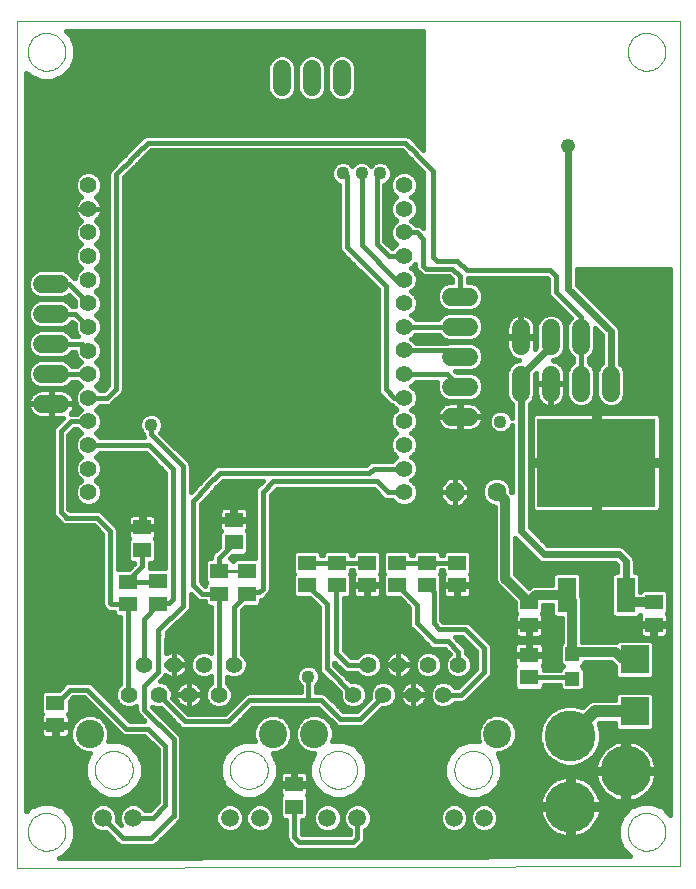
<source format=gtl>
G75*
G70*
%OFA0B0*%
%FSLAX24Y24*%
%IPPOS*%
%LPD*%
%AMOC8*
5,1,8,0,0,1.08239X$1,22.5*
%
%ADD10C,0.0000*%
%ADD11C,0.0560*%
%ADD12R,0.0591X0.0512*%
%ADD13OC8,0.0630*%
%ADD14C,0.0630*%
%ADD15C,0.1700*%
%ADD16R,0.0630X0.0512*%
%ADD17R,0.0472X0.0472*%
%ADD18R,0.3937X0.2953*%
%ADD19R,0.0591X0.1181*%
%ADD20R,0.0945X0.0945*%
%ADD21C,0.0600*%
%ADD22C,0.0554*%
%ADD23C,0.0594*%
%ADD24C,0.0945*%
%ADD25C,0.0476*%
%ADD26C,0.0436*%
%ADD27R,0.0436X0.0436*%
%ADD28C,0.0160*%
%ADD29C,0.0320*%
%ADD30C,0.0240*%
%ADD31C,0.0100*%
%ADD32C,0.0400*%
D10*
X000140Y001488D02*
X022251Y001548D01*
X022251Y029720D01*
X000140Y029720D01*
X000140Y001488D01*
X000509Y002686D02*
X000511Y002736D01*
X000517Y002786D01*
X000527Y002835D01*
X000541Y002883D01*
X000558Y002930D01*
X000579Y002975D01*
X000604Y003019D01*
X000632Y003060D01*
X000664Y003099D01*
X000698Y003136D01*
X000735Y003170D01*
X000775Y003200D01*
X000817Y003227D01*
X000861Y003251D01*
X000907Y003272D01*
X000954Y003288D01*
X001002Y003301D01*
X001052Y003310D01*
X001101Y003315D01*
X001152Y003316D01*
X001202Y003313D01*
X001251Y003306D01*
X001300Y003295D01*
X001348Y003280D01*
X001394Y003262D01*
X001439Y003240D01*
X001482Y003214D01*
X001523Y003185D01*
X001562Y003153D01*
X001598Y003118D01*
X001630Y003080D01*
X001660Y003040D01*
X001687Y002997D01*
X001710Y002953D01*
X001729Y002907D01*
X001745Y002859D01*
X001757Y002810D01*
X001765Y002761D01*
X001769Y002711D01*
X001769Y002661D01*
X001765Y002611D01*
X001757Y002562D01*
X001745Y002513D01*
X001729Y002465D01*
X001710Y002419D01*
X001687Y002375D01*
X001660Y002332D01*
X001630Y002292D01*
X001598Y002254D01*
X001562Y002219D01*
X001523Y002187D01*
X001482Y002158D01*
X001439Y002132D01*
X001394Y002110D01*
X001348Y002092D01*
X001300Y002077D01*
X001251Y002066D01*
X001202Y002059D01*
X001152Y002056D01*
X001101Y002057D01*
X001052Y002062D01*
X001002Y002071D01*
X000954Y002084D01*
X000907Y002100D01*
X000861Y002121D01*
X000817Y002145D01*
X000775Y002172D01*
X000735Y002202D01*
X000698Y002236D01*
X000664Y002273D01*
X000632Y002312D01*
X000604Y002353D01*
X000579Y002397D01*
X000558Y002442D01*
X000541Y002489D01*
X000527Y002537D01*
X000517Y002586D01*
X000511Y002636D01*
X000509Y002686D01*
X002751Y004753D02*
X002753Y004803D01*
X002759Y004853D01*
X002769Y004902D01*
X002783Y004950D01*
X002800Y004997D01*
X002821Y005042D01*
X002846Y005086D01*
X002874Y005127D01*
X002906Y005166D01*
X002940Y005203D01*
X002977Y005237D01*
X003017Y005267D01*
X003059Y005294D01*
X003103Y005318D01*
X003149Y005339D01*
X003196Y005355D01*
X003244Y005368D01*
X003294Y005377D01*
X003343Y005382D01*
X003394Y005383D01*
X003444Y005380D01*
X003493Y005373D01*
X003542Y005362D01*
X003590Y005347D01*
X003636Y005329D01*
X003681Y005307D01*
X003724Y005281D01*
X003765Y005252D01*
X003804Y005220D01*
X003840Y005185D01*
X003872Y005147D01*
X003902Y005107D01*
X003929Y005064D01*
X003952Y005020D01*
X003971Y004974D01*
X003987Y004926D01*
X003999Y004877D01*
X004007Y004828D01*
X004011Y004778D01*
X004011Y004728D01*
X004007Y004678D01*
X003999Y004629D01*
X003987Y004580D01*
X003971Y004532D01*
X003952Y004486D01*
X003929Y004442D01*
X003902Y004399D01*
X003872Y004359D01*
X003840Y004321D01*
X003804Y004286D01*
X003765Y004254D01*
X003724Y004225D01*
X003681Y004199D01*
X003636Y004177D01*
X003590Y004159D01*
X003542Y004144D01*
X003493Y004133D01*
X003444Y004126D01*
X003394Y004123D01*
X003343Y004124D01*
X003294Y004129D01*
X003244Y004138D01*
X003196Y004151D01*
X003149Y004167D01*
X003103Y004188D01*
X003059Y004212D01*
X003017Y004239D01*
X002977Y004269D01*
X002940Y004303D01*
X002906Y004340D01*
X002874Y004379D01*
X002846Y004420D01*
X002821Y004464D01*
X002800Y004509D01*
X002783Y004556D01*
X002769Y004604D01*
X002759Y004653D01*
X002753Y004703D01*
X002751Y004753D01*
X007251Y004753D02*
X007253Y004803D01*
X007259Y004853D01*
X007269Y004902D01*
X007283Y004950D01*
X007300Y004997D01*
X007321Y005042D01*
X007346Y005086D01*
X007374Y005127D01*
X007406Y005166D01*
X007440Y005203D01*
X007477Y005237D01*
X007517Y005267D01*
X007559Y005294D01*
X007603Y005318D01*
X007649Y005339D01*
X007696Y005355D01*
X007744Y005368D01*
X007794Y005377D01*
X007843Y005382D01*
X007894Y005383D01*
X007944Y005380D01*
X007993Y005373D01*
X008042Y005362D01*
X008090Y005347D01*
X008136Y005329D01*
X008181Y005307D01*
X008224Y005281D01*
X008265Y005252D01*
X008304Y005220D01*
X008340Y005185D01*
X008372Y005147D01*
X008402Y005107D01*
X008429Y005064D01*
X008452Y005020D01*
X008471Y004974D01*
X008487Y004926D01*
X008499Y004877D01*
X008507Y004828D01*
X008511Y004778D01*
X008511Y004728D01*
X008507Y004678D01*
X008499Y004629D01*
X008487Y004580D01*
X008471Y004532D01*
X008452Y004486D01*
X008429Y004442D01*
X008402Y004399D01*
X008372Y004359D01*
X008340Y004321D01*
X008304Y004286D01*
X008265Y004254D01*
X008224Y004225D01*
X008181Y004199D01*
X008136Y004177D01*
X008090Y004159D01*
X008042Y004144D01*
X007993Y004133D01*
X007944Y004126D01*
X007894Y004123D01*
X007843Y004124D01*
X007794Y004129D01*
X007744Y004138D01*
X007696Y004151D01*
X007649Y004167D01*
X007603Y004188D01*
X007559Y004212D01*
X007517Y004239D01*
X007477Y004269D01*
X007440Y004303D01*
X007406Y004340D01*
X007374Y004379D01*
X007346Y004420D01*
X007321Y004464D01*
X007300Y004509D01*
X007283Y004556D01*
X007269Y004604D01*
X007259Y004653D01*
X007253Y004703D01*
X007251Y004753D01*
X010232Y004753D02*
X010234Y004803D01*
X010240Y004853D01*
X010250Y004902D01*
X010264Y004950D01*
X010281Y004997D01*
X010302Y005042D01*
X010327Y005086D01*
X010355Y005127D01*
X010387Y005166D01*
X010421Y005203D01*
X010458Y005237D01*
X010498Y005267D01*
X010540Y005294D01*
X010584Y005318D01*
X010630Y005339D01*
X010677Y005355D01*
X010725Y005368D01*
X010775Y005377D01*
X010824Y005382D01*
X010875Y005383D01*
X010925Y005380D01*
X010974Y005373D01*
X011023Y005362D01*
X011071Y005347D01*
X011117Y005329D01*
X011162Y005307D01*
X011205Y005281D01*
X011246Y005252D01*
X011285Y005220D01*
X011321Y005185D01*
X011353Y005147D01*
X011383Y005107D01*
X011410Y005064D01*
X011433Y005020D01*
X011452Y004974D01*
X011468Y004926D01*
X011480Y004877D01*
X011488Y004828D01*
X011492Y004778D01*
X011492Y004728D01*
X011488Y004678D01*
X011480Y004629D01*
X011468Y004580D01*
X011452Y004532D01*
X011433Y004486D01*
X011410Y004442D01*
X011383Y004399D01*
X011353Y004359D01*
X011321Y004321D01*
X011285Y004286D01*
X011246Y004254D01*
X011205Y004225D01*
X011162Y004199D01*
X011117Y004177D01*
X011071Y004159D01*
X011023Y004144D01*
X010974Y004133D01*
X010925Y004126D01*
X010875Y004123D01*
X010824Y004124D01*
X010775Y004129D01*
X010725Y004138D01*
X010677Y004151D01*
X010630Y004167D01*
X010584Y004188D01*
X010540Y004212D01*
X010498Y004239D01*
X010458Y004269D01*
X010421Y004303D01*
X010387Y004340D01*
X010355Y004379D01*
X010327Y004420D01*
X010302Y004464D01*
X010281Y004509D01*
X010264Y004556D01*
X010250Y004604D01*
X010240Y004653D01*
X010234Y004703D01*
X010232Y004753D01*
X014732Y004753D02*
X014734Y004803D01*
X014740Y004853D01*
X014750Y004902D01*
X014764Y004950D01*
X014781Y004997D01*
X014802Y005042D01*
X014827Y005086D01*
X014855Y005127D01*
X014887Y005166D01*
X014921Y005203D01*
X014958Y005237D01*
X014998Y005267D01*
X015040Y005294D01*
X015084Y005318D01*
X015130Y005339D01*
X015177Y005355D01*
X015225Y005368D01*
X015275Y005377D01*
X015324Y005382D01*
X015375Y005383D01*
X015425Y005380D01*
X015474Y005373D01*
X015523Y005362D01*
X015571Y005347D01*
X015617Y005329D01*
X015662Y005307D01*
X015705Y005281D01*
X015746Y005252D01*
X015785Y005220D01*
X015821Y005185D01*
X015853Y005147D01*
X015883Y005107D01*
X015910Y005064D01*
X015933Y005020D01*
X015952Y004974D01*
X015968Y004926D01*
X015980Y004877D01*
X015988Y004828D01*
X015992Y004778D01*
X015992Y004728D01*
X015988Y004678D01*
X015980Y004629D01*
X015968Y004580D01*
X015952Y004532D01*
X015933Y004486D01*
X015910Y004442D01*
X015883Y004399D01*
X015853Y004359D01*
X015821Y004321D01*
X015785Y004286D01*
X015746Y004254D01*
X015705Y004225D01*
X015662Y004199D01*
X015617Y004177D01*
X015571Y004159D01*
X015523Y004144D01*
X015474Y004133D01*
X015425Y004126D01*
X015375Y004123D01*
X015324Y004124D01*
X015275Y004129D01*
X015225Y004138D01*
X015177Y004151D01*
X015130Y004167D01*
X015084Y004188D01*
X015040Y004212D01*
X014998Y004239D01*
X014958Y004269D01*
X014921Y004303D01*
X014887Y004340D01*
X014855Y004379D01*
X014827Y004420D01*
X014802Y004464D01*
X014781Y004509D01*
X014764Y004556D01*
X014750Y004604D01*
X014740Y004653D01*
X014734Y004703D01*
X014732Y004753D01*
X020509Y002686D02*
X020511Y002736D01*
X020517Y002786D01*
X020527Y002835D01*
X020541Y002883D01*
X020558Y002930D01*
X020579Y002975D01*
X020604Y003019D01*
X020632Y003060D01*
X020664Y003099D01*
X020698Y003136D01*
X020735Y003170D01*
X020775Y003200D01*
X020817Y003227D01*
X020861Y003251D01*
X020907Y003272D01*
X020954Y003288D01*
X021002Y003301D01*
X021052Y003310D01*
X021101Y003315D01*
X021152Y003316D01*
X021202Y003313D01*
X021251Y003306D01*
X021300Y003295D01*
X021348Y003280D01*
X021394Y003262D01*
X021439Y003240D01*
X021482Y003214D01*
X021523Y003185D01*
X021562Y003153D01*
X021598Y003118D01*
X021630Y003080D01*
X021660Y003040D01*
X021687Y002997D01*
X021710Y002953D01*
X021729Y002907D01*
X021745Y002859D01*
X021757Y002810D01*
X021765Y002761D01*
X021769Y002711D01*
X021769Y002661D01*
X021765Y002611D01*
X021757Y002562D01*
X021745Y002513D01*
X021729Y002465D01*
X021710Y002419D01*
X021687Y002375D01*
X021660Y002332D01*
X021630Y002292D01*
X021598Y002254D01*
X021562Y002219D01*
X021523Y002187D01*
X021482Y002158D01*
X021439Y002132D01*
X021394Y002110D01*
X021348Y002092D01*
X021300Y002077D01*
X021251Y002066D01*
X021202Y002059D01*
X021152Y002056D01*
X021101Y002057D01*
X021052Y002062D01*
X021002Y002071D01*
X020954Y002084D01*
X020907Y002100D01*
X020861Y002121D01*
X020817Y002145D01*
X020775Y002172D01*
X020735Y002202D01*
X020698Y002236D01*
X020664Y002273D01*
X020632Y002312D01*
X020604Y002353D01*
X020579Y002397D01*
X020558Y002442D01*
X020541Y002489D01*
X020527Y002537D01*
X020517Y002586D01*
X020511Y002636D01*
X020509Y002686D01*
X020509Y028686D02*
X020511Y028736D01*
X020517Y028786D01*
X020527Y028835D01*
X020541Y028883D01*
X020558Y028930D01*
X020579Y028975D01*
X020604Y029019D01*
X020632Y029060D01*
X020664Y029099D01*
X020698Y029136D01*
X020735Y029170D01*
X020775Y029200D01*
X020817Y029227D01*
X020861Y029251D01*
X020907Y029272D01*
X020954Y029288D01*
X021002Y029301D01*
X021052Y029310D01*
X021101Y029315D01*
X021152Y029316D01*
X021202Y029313D01*
X021251Y029306D01*
X021300Y029295D01*
X021348Y029280D01*
X021394Y029262D01*
X021439Y029240D01*
X021482Y029214D01*
X021523Y029185D01*
X021562Y029153D01*
X021598Y029118D01*
X021630Y029080D01*
X021660Y029040D01*
X021687Y028997D01*
X021710Y028953D01*
X021729Y028907D01*
X021745Y028859D01*
X021757Y028810D01*
X021765Y028761D01*
X021769Y028711D01*
X021769Y028661D01*
X021765Y028611D01*
X021757Y028562D01*
X021745Y028513D01*
X021729Y028465D01*
X021710Y028419D01*
X021687Y028375D01*
X021660Y028332D01*
X021630Y028292D01*
X021598Y028254D01*
X021562Y028219D01*
X021523Y028187D01*
X021482Y028158D01*
X021439Y028132D01*
X021394Y028110D01*
X021348Y028092D01*
X021300Y028077D01*
X021251Y028066D01*
X021202Y028059D01*
X021152Y028056D01*
X021101Y028057D01*
X021052Y028062D01*
X021002Y028071D01*
X020954Y028084D01*
X020907Y028100D01*
X020861Y028121D01*
X020817Y028145D01*
X020775Y028172D01*
X020735Y028202D01*
X020698Y028236D01*
X020664Y028273D01*
X020632Y028312D01*
X020604Y028353D01*
X020579Y028397D01*
X020558Y028442D01*
X020541Y028489D01*
X020527Y028537D01*
X020517Y028586D01*
X020511Y028636D01*
X020509Y028686D01*
X000509Y028686D02*
X000511Y028736D01*
X000517Y028786D01*
X000527Y028835D01*
X000541Y028883D01*
X000558Y028930D01*
X000579Y028975D01*
X000604Y029019D01*
X000632Y029060D01*
X000664Y029099D01*
X000698Y029136D01*
X000735Y029170D01*
X000775Y029200D01*
X000817Y029227D01*
X000861Y029251D01*
X000907Y029272D01*
X000954Y029288D01*
X001002Y029301D01*
X001052Y029310D01*
X001101Y029315D01*
X001152Y029316D01*
X001202Y029313D01*
X001251Y029306D01*
X001300Y029295D01*
X001348Y029280D01*
X001394Y029262D01*
X001439Y029240D01*
X001482Y029214D01*
X001523Y029185D01*
X001562Y029153D01*
X001598Y029118D01*
X001630Y029080D01*
X001660Y029040D01*
X001687Y028997D01*
X001710Y028953D01*
X001729Y028907D01*
X001745Y028859D01*
X001757Y028810D01*
X001765Y028761D01*
X001769Y028711D01*
X001769Y028661D01*
X001765Y028611D01*
X001757Y028562D01*
X001745Y028513D01*
X001729Y028465D01*
X001710Y028419D01*
X001687Y028375D01*
X001660Y028332D01*
X001630Y028292D01*
X001598Y028254D01*
X001562Y028219D01*
X001523Y028187D01*
X001482Y028158D01*
X001439Y028132D01*
X001394Y028110D01*
X001348Y028092D01*
X001300Y028077D01*
X001251Y028066D01*
X001202Y028059D01*
X001152Y028056D01*
X001101Y028057D01*
X001052Y028062D01*
X001002Y028071D01*
X000954Y028084D01*
X000907Y028100D01*
X000861Y028121D01*
X000817Y028145D01*
X000775Y028172D01*
X000735Y028202D01*
X000698Y028236D01*
X000664Y028273D01*
X000632Y028312D01*
X000604Y028353D01*
X000579Y028397D01*
X000558Y028442D01*
X000541Y028489D01*
X000527Y028537D01*
X000517Y028586D01*
X000511Y028636D01*
X000509Y028686D01*
D11*
X002532Y024242D03*
X002532Y023454D03*
X002532Y022667D03*
X002532Y021879D03*
X002532Y021092D03*
X002532Y020305D03*
X002532Y019517D03*
X002532Y018730D03*
X002532Y017942D03*
X002532Y017155D03*
X002532Y016368D03*
X002532Y015580D03*
X002532Y014793D03*
X002532Y014005D03*
X013052Y014009D03*
X013052Y014797D03*
X013052Y015584D03*
X013052Y016371D03*
X013052Y017159D03*
X013052Y017946D03*
X013052Y018734D03*
X013052Y019521D03*
X013052Y020309D03*
X013052Y021096D03*
X013052Y021883D03*
X013052Y022671D03*
X013052Y023458D03*
X013052Y024246D03*
D12*
X007375Y013080D03*
X007375Y012332D03*
X007824Y011378D03*
X007824Y010630D03*
X006890Y010625D03*
X006890Y011373D03*
X004865Y011045D03*
X004865Y010297D03*
X003861Y010273D03*
X003861Y011021D03*
X004323Y012087D03*
X004323Y012835D03*
X001431Y006992D03*
X001431Y006244D03*
X009389Y004279D03*
X009389Y003531D03*
X009819Y010914D03*
X009819Y011662D03*
X010819Y011662D03*
X010819Y010914D03*
X011819Y010914D03*
X011819Y011662D03*
X012819Y011662D03*
X012819Y010914D03*
X013819Y010914D03*
X013819Y011662D03*
X014819Y011662D03*
X014819Y010914D03*
X017219Y010340D03*
X017219Y009592D03*
X021379Y009592D03*
X021379Y010340D03*
D13*
X014737Y014025D03*
D14*
X016137Y014025D03*
D15*
X018595Y005894D03*
X018595Y003531D03*
X020445Y004713D03*
D16*
X017219Y007832D03*
X017219Y008580D03*
D17*
X018659Y008619D03*
X018659Y007792D03*
D18*
X019459Y014991D03*
D19*
X018475Y010581D03*
X020443Y010581D03*
D20*
X020739Y008432D03*
X020739Y006700D03*
D21*
X015218Y016527D02*
X014618Y016527D01*
X014618Y017527D02*
X015218Y017527D01*
X015218Y018527D02*
X014618Y018527D01*
X014618Y019527D02*
X015218Y019527D01*
X015218Y020527D02*
X014618Y020527D01*
X016949Y019484D02*
X016949Y018884D01*
X016945Y017929D02*
X016945Y017329D01*
X017945Y017329D02*
X017945Y017929D01*
X017949Y018884D02*
X017949Y019484D01*
X018949Y019484D02*
X018949Y018884D01*
X018945Y017929D02*
X018945Y017329D01*
X019945Y017329D02*
X019945Y017929D01*
X010982Y027524D02*
X010982Y028124D01*
X009982Y028124D02*
X009982Y027524D01*
X008982Y027524D02*
X008982Y028124D01*
X001596Y020954D02*
X000996Y020954D01*
X000996Y019954D02*
X001596Y019954D01*
X001596Y018954D02*
X000996Y018954D01*
X000996Y017954D02*
X001596Y017954D01*
X001596Y016954D02*
X000996Y016954D01*
D22*
X004381Y008257D03*
X003881Y007257D03*
X004881Y007257D03*
X005381Y008257D03*
X005881Y007257D03*
X006381Y008257D03*
X006881Y007257D03*
X007381Y008257D03*
X011362Y007257D03*
X011862Y008257D03*
X012362Y007257D03*
X012862Y008257D03*
X013362Y007257D03*
X013862Y008257D03*
X014362Y007257D03*
X014862Y008257D03*
D23*
X014722Y003155D03*
X015722Y003155D03*
X011501Y003155D03*
X010501Y003155D03*
X008241Y003155D03*
X007241Y003155D03*
X004021Y003155D03*
X003021Y003155D03*
D24*
X002580Y005954D03*
X008682Y005954D03*
X010060Y005954D03*
X016163Y005954D03*
D25*
X018527Y025539D03*
D26*
X016270Y020522D03*
X016269Y016365D03*
X012257Y024636D03*
X011639Y024636D03*
X011021Y024636D03*
X005373Y020603D03*
X004627Y016249D03*
X003511Y016425D03*
X009864Y007864D03*
D27*
X010473Y012798D03*
X006584Y013361D03*
X003566Y013435D03*
X001601Y022163D03*
X006720Y027639D03*
X007395Y023025D03*
D28*
X004617Y025399D02*
X012984Y025399D01*
X013227Y025156D01*
X013229Y025150D01*
X013303Y025077D01*
X013691Y024689D01*
X013691Y022831D01*
X013631Y022891D01*
X013535Y022931D01*
X013442Y022931D01*
X013442Y022931D01*
X013312Y023061D01*
X013303Y023064D01*
X013312Y023068D01*
X013442Y023198D01*
X013512Y023367D01*
X013512Y023550D01*
X013442Y023719D01*
X013312Y023848D01*
X013303Y023852D01*
X013312Y023856D01*
X013442Y023985D01*
X013512Y024154D01*
X013512Y024337D01*
X013442Y024506D01*
X013312Y024635D01*
X013143Y024706D01*
X012960Y024706D01*
X012791Y024635D01*
X012662Y024506D01*
X012592Y024337D01*
X012592Y024154D01*
X012662Y023985D01*
X012791Y023856D01*
X012800Y023852D01*
X012791Y023848D01*
X012662Y023719D01*
X012592Y023550D01*
X012592Y023367D01*
X012662Y023198D01*
X012791Y023068D01*
X012800Y023064D01*
X012791Y023061D01*
X012662Y022931D01*
X012592Y022762D01*
X012592Y022579D01*
X012662Y022410D01*
X012791Y022281D01*
X012800Y022277D01*
X012791Y022273D01*
X012662Y022144D01*
X012662Y022143D01*
X012649Y022143D01*
X012399Y022393D01*
X012399Y024264D01*
X012483Y024298D01*
X012594Y024410D01*
X012655Y024557D01*
X012655Y024715D01*
X012594Y024861D01*
X012483Y024973D01*
X012336Y025033D01*
X012178Y025033D01*
X012032Y024973D01*
X011948Y024889D01*
X011864Y024973D01*
X011718Y025033D01*
X011560Y025033D01*
X011414Y024973D01*
X011330Y024889D01*
X011246Y024973D01*
X011100Y025033D01*
X010942Y025033D01*
X010796Y024973D01*
X010684Y024861D01*
X010623Y024715D01*
X010623Y024557D01*
X010684Y024410D01*
X010796Y024298D01*
X010879Y024264D01*
X010879Y022134D01*
X010919Y022038D01*
X010992Y021965D01*
X012179Y020778D01*
X012179Y017384D01*
X012219Y017288D01*
X012292Y017215D01*
X012569Y016938D01*
X012661Y016900D01*
X012662Y016898D01*
X012791Y016769D01*
X012800Y016765D01*
X012791Y016761D01*
X012662Y016632D01*
X012592Y016463D01*
X012592Y016280D01*
X012662Y016111D01*
X012791Y015982D01*
X012800Y015978D01*
X012791Y015974D01*
X012662Y015845D01*
X012592Y015676D01*
X012592Y015493D01*
X012662Y015324D01*
X012791Y015194D01*
X012800Y015190D01*
X012791Y015187D01*
X012662Y015057D01*
X012662Y015057D01*
X011988Y015057D01*
X011892Y015017D01*
X011789Y014914D01*
X006865Y014914D01*
X006769Y014874D01*
X006355Y014460D01*
X006282Y014387D01*
X006263Y014341D01*
X005950Y014028D01*
X005950Y014923D01*
X005911Y015019D01*
X004935Y015995D01*
X004965Y016024D01*
X005025Y016170D01*
X005025Y016329D01*
X004965Y016475D01*
X004853Y016587D01*
X004706Y016647D01*
X004548Y016647D01*
X004402Y016587D01*
X004290Y016475D01*
X004230Y016329D01*
X004230Y016170D01*
X004290Y016024D01*
X004367Y015947D01*
X004367Y015883D01*
X004385Y015840D01*
X002922Y015840D01*
X002922Y015841D01*
X002793Y015970D01*
X002784Y015974D01*
X002793Y015978D01*
X002922Y016107D01*
X002992Y016276D01*
X002992Y016459D01*
X002922Y016628D01*
X002793Y016758D01*
X002784Y016761D01*
X002793Y016765D01*
X002915Y016887D01*
X003197Y016887D01*
X003292Y016926D01*
X003365Y017000D01*
X003606Y017241D01*
X003606Y017241D01*
X003680Y017314D01*
X003719Y017409D01*
X003719Y024503D01*
X003831Y024615D01*
X003866Y024627D01*
X003887Y024671D01*
X003901Y024685D01*
X003950Y024734D01*
X004212Y024996D01*
X004219Y024996D01*
X004255Y025032D01*
X004302Y025052D01*
X004319Y025097D01*
X004353Y025131D01*
X004353Y025135D01*
X004617Y025399D01*
X004479Y025261D02*
X013122Y025261D01*
X013277Y025102D02*
X004325Y025102D01*
X004160Y024944D02*
X010766Y024944D01*
X010652Y024785D02*
X004001Y024785D01*
X003950Y024734D02*
X003950Y024734D01*
X003865Y024627D02*
X010623Y024627D01*
X010660Y024468D02*
X003719Y024468D01*
X003719Y024310D02*
X010784Y024310D01*
X010879Y024151D02*
X003719Y024151D01*
X003719Y023993D02*
X010879Y023993D01*
X010879Y023834D02*
X003719Y023834D01*
X003719Y023676D02*
X010879Y023676D01*
X010879Y023517D02*
X003719Y023517D01*
X003719Y023359D02*
X010879Y023359D01*
X010879Y023200D02*
X003719Y023200D01*
X003719Y023042D02*
X010879Y023042D01*
X010879Y022883D02*
X003719Y022883D01*
X003719Y022725D02*
X010879Y022725D01*
X010879Y022566D02*
X003719Y022566D01*
X003719Y022408D02*
X010879Y022408D01*
X010879Y022249D02*
X003719Y022249D01*
X003719Y022091D02*
X010897Y022091D01*
X011025Y021932D02*
X003719Y021932D01*
X003719Y021774D02*
X011183Y021774D01*
X011342Y021615D02*
X003719Y021615D01*
X003719Y021457D02*
X011500Y021457D01*
X011659Y021298D02*
X003719Y021298D01*
X003719Y021140D02*
X011817Y021140D01*
X011976Y020981D02*
X003719Y020981D01*
X003719Y020823D02*
X012134Y020823D01*
X012179Y020664D02*
X003719Y020664D01*
X003719Y020506D02*
X012179Y020506D01*
X012179Y020347D02*
X003719Y020347D01*
X003719Y020189D02*
X012179Y020189D01*
X012179Y020030D02*
X003719Y020030D01*
X003719Y019872D02*
X012179Y019872D01*
X012179Y019713D02*
X003719Y019713D01*
X003719Y019555D02*
X012179Y019555D01*
X012179Y019396D02*
X003719Y019396D01*
X003719Y019238D02*
X012179Y019238D01*
X012179Y019079D02*
X003719Y019079D01*
X003719Y018921D02*
X012179Y018921D01*
X012179Y018762D02*
X003719Y018762D01*
X003719Y018604D02*
X012179Y018604D01*
X012179Y018445D02*
X003719Y018445D01*
X003719Y018287D02*
X012179Y018287D01*
X012179Y018128D02*
X003719Y018128D01*
X003719Y017970D02*
X012179Y017970D01*
X012179Y017811D02*
X003719Y017811D01*
X003719Y017653D02*
X012179Y017653D01*
X012179Y017494D02*
X003719Y017494D01*
X003689Y017336D02*
X012199Y017336D01*
X012330Y017177D02*
X003543Y017177D01*
X003385Y017019D02*
X012488Y017019D01*
X012700Y016860D02*
X002888Y016860D01*
X002849Y016702D02*
X012732Y016702D01*
X012625Y016543D02*
X004896Y016543D01*
X005002Y016385D02*
X012592Y016385D01*
X012614Y016226D02*
X005025Y016226D01*
X004983Y016068D02*
X012705Y016068D01*
X012726Y015909D02*
X005020Y015909D01*
X005179Y015751D02*
X012623Y015751D01*
X012592Y015592D02*
X005337Y015592D01*
X005496Y015434D02*
X012616Y015434D01*
X012710Y015275D02*
X005654Y015275D01*
X005813Y015117D02*
X012721Y015117D01*
X013052Y014797D02*
X012040Y014797D01*
X011896Y014654D01*
X006916Y014654D01*
X006502Y014240D01*
X006502Y014213D01*
X006015Y013726D01*
X006015Y010926D01*
X006315Y010626D01*
X006900Y010626D01*
X006915Y010626D01*
X006890Y010625D02*
X006890Y007264D01*
X006890Y007242D01*
X006877Y007242D01*
X006617Y006875D02*
X006132Y006875D01*
X006121Y006866D02*
X006179Y006909D01*
X006230Y006959D01*
X006272Y007018D01*
X006305Y007082D01*
X006327Y007150D01*
X006338Y007221D01*
X006338Y007249D01*
X005890Y007249D01*
X005890Y007266D01*
X006338Y007266D01*
X006338Y007293D01*
X006327Y007364D01*
X006305Y007433D01*
X006272Y007497D01*
X006230Y007555D01*
X006179Y007606D01*
X006121Y007648D01*
X006057Y007681D01*
X005988Y007703D01*
X005917Y007714D01*
X005890Y007714D01*
X005890Y007266D01*
X005873Y007266D01*
X005873Y007714D01*
X005845Y007714D01*
X005774Y007703D01*
X005706Y007681D01*
X005642Y007648D01*
X005583Y007606D01*
X005533Y007555D01*
X005490Y007497D01*
X005458Y007433D01*
X005435Y007364D01*
X005424Y007293D01*
X005424Y007266D01*
X005873Y007266D01*
X005873Y007249D01*
X005890Y007249D01*
X005890Y006800D01*
X005917Y006800D01*
X005988Y006811D01*
X006057Y006834D01*
X006121Y006866D01*
X006280Y007033D02*
X006479Y007033D01*
X006494Y006998D02*
X006622Y006870D01*
X006790Y006800D01*
X006972Y006800D01*
X007140Y006870D01*
X007269Y006998D01*
X007338Y007166D01*
X007338Y007348D01*
X007269Y007516D01*
X007150Y007635D01*
X007150Y007858D01*
X007290Y007800D01*
X007472Y007800D01*
X007640Y007870D01*
X007769Y007998D01*
X007838Y008166D01*
X007838Y008348D01*
X007769Y008516D01*
X007640Y008645D01*
X007637Y008646D01*
X007637Y010074D01*
X007756Y010194D01*
X008194Y010194D01*
X008300Y010299D01*
X008300Y010424D01*
X008379Y010456D01*
X008569Y010646D01*
X008608Y010742D01*
X008608Y013912D01*
X008809Y014113D01*
X012037Y014113D01*
X012361Y013789D01*
X012456Y013749D01*
X012662Y013749D01*
X012791Y013619D01*
X012960Y013549D01*
X013143Y013549D01*
X013312Y013619D01*
X013442Y013749D01*
X013512Y013918D01*
X013512Y014101D01*
X013442Y014270D01*
X013312Y014399D01*
X013303Y014403D01*
X013312Y014407D01*
X013442Y014536D01*
X013512Y014705D01*
X013512Y014888D01*
X013442Y015057D01*
X013312Y015187D01*
X013303Y015190D01*
X013312Y015194D01*
X013442Y015324D01*
X013512Y015493D01*
X013512Y015676D01*
X013442Y015845D01*
X013312Y015974D01*
X013303Y015978D01*
X013312Y015982D01*
X013442Y016111D01*
X013512Y016280D01*
X013512Y016463D01*
X013442Y016632D01*
X013312Y016761D01*
X013303Y016765D01*
X013312Y016769D01*
X013442Y016898D01*
X013512Y017067D01*
X013512Y017250D01*
X013442Y017419D01*
X013312Y017549D01*
X013303Y017553D01*
X013312Y017556D01*
X013442Y017686D01*
X014164Y017686D01*
X014138Y017623D01*
X014138Y017432D01*
X014211Y017255D01*
X014346Y017120D01*
X014522Y017047D01*
X015313Y017047D01*
X015490Y017120D01*
X015625Y017255D01*
X015698Y017432D01*
X015698Y017623D01*
X015625Y017799D01*
X015490Y017934D01*
X015313Y018007D01*
X014805Y018007D01*
X014765Y018047D01*
X015313Y018047D01*
X015490Y018120D01*
X015625Y018255D01*
X015698Y018432D01*
X015698Y018623D01*
X015625Y018799D01*
X015490Y018934D01*
X015313Y019007D01*
X014522Y019007D01*
X014490Y018994D01*
X013442Y018994D01*
X013442Y018994D01*
X013312Y019124D01*
X013303Y019127D01*
X013312Y019131D01*
X013442Y019261D01*
X014208Y019261D01*
X014211Y019255D01*
X014346Y019120D01*
X014522Y019047D01*
X015313Y019047D01*
X015490Y019120D01*
X015625Y019255D01*
X015698Y019432D01*
X015698Y019623D01*
X015625Y019799D01*
X015490Y019934D01*
X015313Y020007D01*
X014522Y020007D01*
X014346Y019934D01*
X014211Y019799D01*
X014203Y019781D01*
X013442Y019781D01*
X013442Y019782D01*
X013312Y019911D01*
X013303Y019915D01*
X013312Y019919D01*
X013442Y020048D01*
X013512Y020217D01*
X013512Y020400D01*
X013442Y020569D01*
X013312Y020698D01*
X013303Y020702D01*
X013312Y020706D01*
X013442Y020835D01*
X013512Y021004D01*
X013512Y021187D01*
X013442Y021356D01*
X013312Y021486D01*
X013303Y021490D01*
X013312Y021493D01*
X013431Y021612D01*
X013431Y021514D01*
X013470Y021418D01*
X013573Y021316D01*
X013646Y021243D01*
X013741Y021203D01*
X014562Y021203D01*
X014665Y021100D01*
X014665Y021007D01*
X014522Y021007D01*
X014346Y020934D01*
X014211Y020799D01*
X014138Y020623D01*
X014138Y020432D01*
X014211Y020255D01*
X014346Y020120D01*
X014522Y020047D01*
X015313Y020047D01*
X015490Y020120D01*
X015625Y020255D01*
X015698Y020432D01*
X015698Y020623D01*
X015625Y020799D01*
X015490Y020934D01*
X015313Y021007D01*
X015185Y021007D01*
X015185Y021159D01*
X017812Y021159D01*
X017849Y021122D01*
X017849Y020645D01*
X017889Y020549D01*
X017962Y020476D01*
X018612Y019826D01*
X018542Y019756D01*
X018469Y019580D01*
X018469Y018789D01*
X018542Y018613D01*
X018677Y018478D01*
X018689Y018473D01*
X018689Y018342D01*
X018673Y018336D01*
X018538Y018201D01*
X018465Y018024D01*
X018465Y017233D01*
X018538Y017057D01*
X018673Y016922D01*
X018850Y016849D01*
X019041Y016849D01*
X019217Y016922D01*
X019352Y017057D01*
X019425Y017233D01*
X019425Y018024D01*
X019352Y018201D01*
X019217Y018336D01*
X019209Y018339D01*
X019209Y018473D01*
X019220Y018478D01*
X019355Y018613D01*
X019429Y018789D01*
X019429Y019478D01*
X019645Y019262D01*
X019645Y018308D01*
X019538Y018201D01*
X019465Y018024D01*
X019465Y017233D01*
X019538Y017057D01*
X019673Y016922D01*
X019850Y016849D01*
X020041Y016849D01*
X020217Y016922D01*
X020352Y017057D01*
X020425Y017233D01*
X020425Y018024D01*
X020352Y018201D01*
X020245Y018308D01*
X020245Y019446D01*
X020200Y019556D01*
X018833Y020923D01*
X018833Y021448D01*
X021921Y021448D01*
X021921Y003262D01*
X021683Y003499D01*
X021330Y003646D01*
X020948Y003646D01*
X020595Y003499D01*
X020325Y003229D01*
X019580Y003229D01*
X019586Y003246D02*
X019612Y003359D01*
X019622Y003451D01*
X018675Y003451D01*
X018675Y003611D01*
X019622Y003611D01*
X019612Y003704D01*
X019586Y003817D01*
X019548Y003926D01*
X019497Y004031D01*
X019436Y004128D01*
X019364Y004219D01*
X019282Y004301D01*
X019192Y004373D01*
X019094Y004434D01*
X018989Y004485D01*
X018880Y004523D01*
X018767Y004549D01*
X018675Y004559D01*
X018675Y003612D01*
X018515Y003612D01*
X018515Y004559D01*
X018422Y004549D01*
X018309Y004523D01*
X018200Y004485D01*
X018096Y004434D01*
X017998Y004373D01*
X017907Y004301D01*
X017825Y004219D01*
X017753Y004128D01*
X017692Y004031D01*
X017641Y003926D01*
X017603Y003817D01*
X017578Y003704D01*
X017567Y003611D01*
X018515Y003611D01*
X018515Y003451D01*
X018675Y003451D01*
X018675Y002504D01*
X018767Y002514D01*
X018880Y002540D01*
X018989Y002578D01*
X019094Y002629D01*
X019192Y002690D01*
X019282Y002762D01*
X019364Y002844D01*
X019436Y002935D01*
X019497Y003032D01*
X019548Y003137D01*
X019586Y003246D01*
X019615Y003388D02*
X020484Y003388D01*
X020325Y003229D02*
X020179Y002877D01*
X020179Y002495D01*
X020325Y002142D01*
X020594Y001873D01*
X001561Y001821D01*
X001683Y001872D01*
X001953Y002142D01*
X002099Y002495D01*
X002099Y002877D01*
X001953Y003229D01*
X002544Y003229D01*
X002544Y003250D02*
X002544Y003060D01*
X002617Y002885D01*
X002751Y002751D01*
X002926Y002678D01*
X003107Y002678D01*
X003462Y002323D01*
X003535Y002250D01*
X003631Y002210D01*
X004679Y002210D01*
X004775Y002250D01*
X005471Y002946D01*
X005479Y002954D01*
X005519Y002971D01*
X005536Y003011D01*
X005596Y003071D01*
X005635Y003166D01*
X005635Y005829D01*
X005596Y005924D01*
X008030Y005924D01*
X008030Y005824D02*
X008077Y005711D01*
X008072Y005713D01*
X007690Y005713D01*
X007337Y005567D01*
X007067Y005297D01*
X006921Y004944D01*
X006921Y004562D01*
X007067Y004210D01*
X007337Y003940D01*
X007690Y003793D01*
X008072Y003793D01*
X008425Y003940D01*
X008695Y004210D01*
X008841Y004562D01*
X008841Y004944D01*
X008695Y005297D01*
X008690Y005302D01*
X008812Y005302D01*
X009052Y005401D01*
X009236Y005585D01*
X009335Y005824D01*
X009335Y006084D01*
X009236Y006324D01*
X009052Y006507D01*
X008812Y006607D01*
X008553Y006607D01*
X008313Y006507D01*
X008129Y006324D01*
X008030Y006084D01*
X008030Y005824D01*
X008055Y005765D02*
X005635Y005765D01*
X005635Y005607D02*
X007433Y005607D01*
X007218Y005448D02*
X005635Y005448D01*
X005635Y005290D02*
X007064Y005290D01*
X006999Y005131D02*
X005635Y005131D01*
X005635Y004973D02*
X006933Y004973D01*
X006921Y004814D02*
X005635Y004814D01*
X005635Y004656D02*
X006921Y004656D01*
X006948Y004497D02*
X005635Y004497D01*
X005635Y004339D02*
X007014Y004339D01*
X007097Y004180D02*
X005635Y004180D01*
X005635Y004022D02*
X007255Y004022D01*
X007522Y003863D02*
X005635Y003863D01*
X005635Y003705D02*
X008913Y003705D01*
X008913Y003862D02*
X008913Y003201D01*
X009019Y003095D01*
X009131Y003095D01*
X009131Y002458D01*
X009171Y002362D01*
X009244Y002289D01*
X009401Y002131D01*
X009497Y002092D01*
X011411Y002092D01*
X011507Y002131D01*
X011580Y002205D01*
X011722Y002346D01*
X011761Y002442D01*
X011761Y002747D01*
X011771Y002751D01*
X011906Y002885D01*
X011978Y003060D01*
X011978Y003250D01*
X011906Y003425D01*
X011771Y003559D01*
X011596Y003632D01*
X011406Y003632D01*
X011231Y003559D01*
X011097Y003425D01*
X011024Y003250D01*
X011024Y003060D01*
X011097Y002885D01*
X011231Y002751D01*
X011241Y002747D01*
X011241Y002612D01*
X009656Y002612D01*
X009651Y002617D01*
X009651Y003095D01*
X009758Y003095D01*
X009864Y003201D01*
X009864Y003862D01*
X009820Y003905D01*
X009828Y003913D01*
X009852Y003954D01*
X009864Y004000D01*
X009864Y004231D01*
X009436Y004231D01*
X009436Y004327D01*
X009341Y004327D01*
X009341Y004715D01*
X009070Y004715D01*
X009024Y004703D01*
X008983Y004679D01*
X008949Y004646D01*
X008926Y004605D01*
X008913Y004559D01*
X008913Y004327D01*
X009341Y004327D01*
X009341Y004231D01*
X008913Y004231D01*
X008913Y004000D01*
X008926Y003954D01*
X008949Y003913D01*
X008957Y003905D01*
X008913Y003862D01*
X008915Y003863D02*
X008240Y003863D01*
X008147Y003632D02*
X007971Y003559D01*
X007837Y003425D01*
X007765Y003250D01*
X007765Y003060D01*
X007837Y002885D01*
X007971Y002751D01*
X008147Y002678D01*
X008336Y002678D01*
X008512Y002751D01*
X008646Y002885D01*
X008718Y003060D01*
X008718Y003250D01*
X008646Y003425D01*
X008512Y003559D01*
X008336Y003632D01*
X008147Y003632D01*
X007958Y003546D02*
X007525Y003546D01*
X007512Y003559D02*
X007336Y003632D01*
X007147Y003632D01*
X006971Y003559D01*
X006837Y003425D01*
X006765Y003250D01*
X006765Y003060D01*
X006837Y002885D01*
X006971Y002751D01*
X007147Y002678D01*
X007336Y002678D01*
X007512Y002751D01*
X007646Y002885D01*
X007718Y003060D01*
X007718Y003250D01*
X007646Y003425D01*
X007512Y003559D01*
X007661Y003388D02*
X007822Y003388D01*
X007765Y003229D02*
X007718Y003229D01*
X007718Y003071D02*
X007765Y003071D01*
X007826Y002912D02*
X007657Y002912D01*
X007515Y002754D02*
X007968Y002754D01*
X008515Y002754D02*
X009131Y002754D01*
X009131Y002912D02*
X008657Y002912D01*
X008718Y003071D02*
X009131Y003071D01*
X008913Y003229D02*
X008718Y003229D01*
X008661Y003388D02*
X008913Y003388D01*
X008913Y003546D02*
X008525Y003546D01*
X008507Y004022D02*
X008913Y004022D01*
X008913Y004180D02*
X008666Y004180D01*
X008748Y004339D02*
X008913Y004339D01*
X008913Y004497D02*
X008814Y004497D01*
X008841Y004656D02*
X008959Y004656D01*
X008841Y004814D02*
X009902Y004814D01*
X009902Y004944D02*
X009902Y004562D01*
X010048Y004210D01*
X010318Y003940D01*
X010671Y003793D01*
X011052Y003793D01*
X011405Y003940D01*
X011675Y004210D01*
X011821Y004562D01*
X011821Y004944D01*
X011675Y005297D01*
X011405Y005567D01*
X011052Y005713D01*
X010671Y005713D01*
X010666Y005711D01*
X010713Y005824D01*
X010713Y006084D01*
X010613Y006324D01*
X010430Y006507D01*
X010190Y006607D01*
X009931Y006607D01*
X009691Y006507D01*
X009507Y006324D01*
X009408Y006084D01*
X009408Y005824D01*
X009507Y005585D01*
X009691Y005401D01*
X009931Y005302D01*
X010052Y005302D01*
X010048Y005297D01*
X009902Y004944D01*
X009913Y004973D02*
X008829Y004973D01*
X008764Y005131D02*
X009979Y005131D01*
X010045Y005290D02*
X008698Y005290D01*
X009099Y005448D02*
X009644Y005448D01*
X009498Y005607D02*
X009245Y005607D01*
X009310Y005765D02*
X009432Y005765D01*
X009408Y005924D02*
X009335Y005924D01*
X009335Y006082D02*
X009408Y006082D01*
X009473Y006241D02*
X009270Y006241D01*
X009160Y006399D02*
X009583Y006399D01*
X009812Y006558D02*
X008930Y006558D01*
X008435Y006558D02*
X007744Y006558D01*
X007903Y006716D02*
X010289Y006716D01*
X010189Y006816D02*
X010470Y006535D01*
X010543Y006462D01*
X010543Y006462D01*
X010706Y006299D01*
X010779Y006226D01*
X010875Y006186D01*
X011648Y006186D01*
X011743Y006226D01*
X011816Y006299D01*
X011816Y006299D01*
X012317Y006800D01*
X012452Y006800D01*
X012621Y006870D01*
X012749Y006998D01*
X012819Y007166D01*
X012819Y007348D01*
X012749Y007516D01*
X012621Y007645D01*
X012452Y007714D01*
X012271Y007714D01*
X012103Y007645D01*
X011974Y007516D01*
X011904Y007348D01*
X011904Y007166D01*
X011917Y007135D01*
X011488Y006706D01*
X011034Y006706D01*
X010838Y006903D01*
X010838Y006903D01*
X010517Y007224D01*
X010444Y007297D01*
X010348Y007336D01*
X010124Y007336D01*
X010124Y007561D01*
X010201Y007638D01*
X010261Y007784D01*
X010261Y007943D01*
X010201Y008089D01*
X010089Y008201D01*
X009943Y008261D01*
X009784Y008261D01*
X009638Y008201D01*
X009526Y008089D01*
X009466Y007943D01*
X009466Y007784D01*
X009526Y007638D01*
X009604Y007561D01*
X009604Y007336D01*
X007843Y007336D01*
X007748Y007297D01*
X007675Y007224D01*
X007675Y007223D01*
X007079Y006628D01*
X005858Y006628D01*
X005333Y007153D01*
X005338Y007166D01*
X005338Y007348D01*
X005269Y007516D01*
X005140Y007645D01*
X004972Y007714D01*
X004925Y007714D01*
X005011Y007801D01*
X005084Y007874D01*
X005095Y007900D01*
X005142Y007866D01*
X005206Y007834D01*
X005274Y007811D01*
X005345Y007800D01*
X005373Y007800D01*
X005373Y008249D01*
X005390Y008249D01*
X005390Y008266D01*
X005838Y008266D01*
X005838Y008293D01*
X005827Y008364D01*
X005805Y008433D01*
X005772Y008497D01*
X005730Y008555D01*
X005679Y008606D01*
X005621Y008648D01*
X005557Y008681D01*
X005488Y008703D01*
X005417Y008714D01*
X005390Y008714D01*
X005390Y008266D01*
X005373Y008266D01*
X005373Y008714D01*
X005345Y008714D01*
X005274Y008703D01*
X005206Y008681D01*
X005142Y008648D01*
X005124Y008635D01*
X005124Y009121D01*
X005164Y009162D01*
X005164Y009332D01*
X005838Y010005D01*
X005911Y010079D01*
X005950Y010174D01*
X005950Y010623D01*
X006095Y010478D01*
X006168Y010405D01*
X006264Y010366D01*
X006415Y010366D01*
X006415Y010294D01*
X006521Y010189D01*
X006630Y010189D01*
X006630Y008649D01*
X006472Y008714D01*
X006290Y008714D01*
X006122Y008645D01*
X005994Y008516D01*
X005924Y008348D01*
X005924Y008166D01*
X005994Y007998D01*
X006122Y007870D01*
X006290Y007800D01*
X006472Y007800D01*
X006630Y007866D01*
X006630Y007648D01*
X006622Y007645D01*
X006494Y007516D01*
X006424Y007348D01*
X006424Y007166D01*
X006494Y006998D01*
X006424Y007192D02*
X006334Y007192D01*
X006329Y007350D02*
X006425Y007350D01*
X006491Y007509D02*
X006264Y007509D01*
X006084Y007667D02*
X006630Y007667D01*
X006630Y007826D02*
X006534Y007826D01*
X006229Y007826D02*
X005532Y007826D01*
X005557Y007834D02*
X005621Y007866D01*
X005679Y007909D01*
X005730Y007959D01*
X005772Y008018D01*
X005805Y008082D01*
X005827Y008150D01*
X005838Y008221D01*
X005838Y008249D01*
X005390Y008249D01*
X005390Y007800D01*
X005417Y007800D01*
X005488Y007811D01*
X005557Y007834D01*
X005390Y007826D02*
X005373Y007826D01*
X005230Y007826D02*
X005036Y007826D01*
X005086Y007667D02*
X005679Y007667D01*
X005873Y007667D02*
X005890Y007667D01*
X005873Y007509D02*
X005890Y007509D01*
X005873Y007350D02*
X005890Y007350D01*
X005873Y007249D02*
X005424Y007249D01*
X005424Y007221D01*
X005435Y007150D01*
X005458Y007082D01*
X005490Y007018D01*
X005533Y006959D01*
X005583Y006909D01*
X005642Y006866D01*
X005706Y006834D01*
X005774Y006811D01*
X005845Y006800D01*
X005873Y006800D01*
X005873Y007249D01*
X005873Y007192D02*
X005890Y007192D01*
X005873Y007033D02*
X005890Y007033D01*
X005873Y006875D02*
X005890Y006875D01*
X005770Y006716D02*
X007167Y006716D01*
X007145Y006875D02*
X007326Y006875D01*
X007283Y007033D02*
X007484Y007033D01*
X007338Y007192D02*
X007643Y007192D01*
X007895Y007076D02*
X009785Y007076D01*
X009864Y007155D01*
X009864Y007864D01*
X009864Y007864D01*
X009580Y008143D02*
X007829Y008143D01*
X007838Y008301D02*
X010215Y008301D01*
X010215Y008143D02*
X010147Y008143D01*
X010215Y008092D02*
X010255Y007996D01*
X010904Y007347D01*
X010904Y007166D01*
X010974Y006998D01*
X011103Y006870D01*
X011271Y006800D01*
X011452Y006800D01*
X011621Y006870D01*
X011749Y006998D01*
X011819Y007166D01*
X011819Y007348D01*
X011749Y007516D01*
X011621Y007645D01*
X011452Y007714D01*
X011272Y007714D01*
X010735Y008251D01*
X010735Y008330D01*
X010971Y008094D01*
X011044Y008021D01*
X011140Y007982D01*
X011491Y007982D01*
X011603Y007870D01*
X011771Y007800D01*
X011952Y007800D01*
X012121Y007870D01*
X012249Y007998D01*
X012319Y008166D01*
X012319Y008348D01*
X012249Y008516D01*
X012121Y008645D01*
X011952Y008714D01*
X011771Y008714D01*
X011603Y008645D01*
X011474Y008516D01*
X011468Y008502D01*
X011299Y008502D01*
X011050Y008750D01*
X011050Y010478D01*
X011189Y010478D01*
X011295Y010583D01*
X011295Y011244D01*
X011251Y011288D01*
X011295Y011331D01*
X011295Y011402D01*
X011344Y011402D01*
X011344Y011331D01*
X011388Y011288D01*
X011380Y011280D01*
X011356Y011239D01*
X011344Y011193D01*
X011344Y010962D01*
X011772Y010962D01*
X011772Y010866D01*
X011867Y010866D01*
X011867Y010478D01*
X012138Y010478D01*
X012184Y010490D01*
X012225Y010514D01*
X012259Y010547D01*
X012283Y010588D01*
X012295Y010634D01*
X012295Y010866D01*
X011867Y010866D01*
X011867Y010962D01*
X012295Y010962D01*
X012295Y011193D01*
X012283Y011239D01*
X012259Y011280D01*
X012251Y011288D01*
X012295Y011331D01*
X012295Y011992D01*
X012189Y012098D01*
X011450Y012098D01*
X011344Y011992D01*
X011344Y011922D01*
X011295Y011922D01*
X011295Y011992D01*
X011189Y012098D01*
X010450Y012098D01*
X010344Y011992D01*
X010344Y011922D01*
X010295Y011922D01*
X010295Y011992D01*
X010189Y012098D01*
X009450Y012098D01*
X009344Y011992D01*
X009344Y011331D01*
X009388Y011288D01*
X009344Y011244D01*
X009344Y010583D01*
X009450Y010478D01*
X009916Y010478D01*
X010215Y010178D01*
X010215Y008092D01*
X010244Y007984D02*
X010267Y007984D01*
X010261Y007826D02*
X010426Y007826D01*
X010584Y007667D02*
X010213Y007667D01*
X010124Y007509D02*
X010743Y007509D01*
X010901Y007350D02*
X010124Y007350D01*
X010297Y007076D02*
X009785Y007076D01*
X009604Y007350D02*
X007338Y007350D01*
X007272Y007509D02*
X009604Y007509D01*
X009514Y007667D02*
X007150Y007667D01*
X007150Y007826D02*
X007229Y007826D01*
X007534Y007826D02*
X009466Y007826D01*
X009483Y007984D02*
X007755Y007984D01*
X007377Y008242D02*
X007377Y008267D01*
X007377Y010182D01*
X007824Y010630D01*
X007861Y010593D02*
X007863Y010594D01*
X007945Y010677D01*
X008231Y010677D01*
X008348Y010794D01*
X008348Y014020D01*
X008701Y014373D01*
X012144Y014373D01*
X012508Y014009D01*
X013052Y014009D01*
X013383Y013690D02*
X014372Y013690D01*
X014242Y013820D02*
X014532Y013530D01*
X014737Y013530D01*
X014942Y013530D01*
X015232Y013820D01*
X015232Y014025D01*
X014737Y014025D01*
X014737Y013530D01*
X014737Y014025D01*
X014737Y014025D01*
X014737Y014025D01*
X014242Y014025D01*
X014242Y013820D01*
X014242Y013849D02*
X013483Y013849D01*
X013512Y014007D02*
X014242Y014007D01*
X014242Y014025D02*
X014737Y014025D01*
X014737Y014025D01*
X015232Y014025D01*
X015232Y014230D01*
X014942Y014520D01*
X014737Y014520D01*
X014737Y014025D01*
X014737Y014025D01*
X014737Y014520D01*
X014532Y014520D01*
X014242Y014230D01*
X014242Y014025D01*
X014242Y014166D02*
X013485Y014166D01*
X013388Y014324D02*
X014336Y014324D01*
X014495Y014483D02*
X013388Y014483D01*
X013485Y014641D02*
X016645Y014641D01*
X016645Y014483D02*
X016326Y014483D01*
X016235Y014520D02*
X016039Y014520D01*
X015857Y014445D01*
X015717Y014305D01*
X015642Y014124D01*
X015642Y013927D01*
X015717Y013745D01*
X015857Y013605D01*
X016039Y013530D01*
X016089Y013530D01*
X016089Y011062D01*
X016141Y010937D01*
X016237Y010841D01*
X016744Y010334D01*
X016744Y010009D01*
X016787Y009966D01*
X016780Y009958D01*
X016756Y009917D01*
X016744Y009871D01*
X016744Y009640D01*
X017171Y009640D01*
X017171Y009544D01*
X016744Y009544D01*
X016744Y009312D01*
X016756Y009266D01*
X016780Y009225D01*
X016813Y009192D01*
X016854Y009168D01*
X016900Y009156D01*
X017171Y009156D01*
X017171Y009544D01*
X017267Y009544D01*
X017267Y009640D01*
X017694Y009640D01*
X017694Y009871D01*
X017682Y009917D01*
X017658Y009958D01*
X017651Y009966D01*
X017694Y010009D01*
X017694Y010241D01*
X018000Y010241D01*
X018000Y009916D01*
X018105Y009811D01*
X018319Y009811D01*
X018319Y009006D01*
X018243Y008930D01*
X018243Y008308D01*
X018346Y008206D01*
X018243Y008103D01*
X018243Y008092D01*
X017714Y008092D01*
X017714Y008162D01*
X017671Y008206D01*
X017678Y008213D01*
X017702Y008254D01*
X017714Y008300D01*
X017714Y008532D01*
X017267Y008532D01*
X017267Y008628D01*
X017171Y008628D01*
X017171Y009016D01*
X016880Y009016D01*
X016835Y009003D01*
X016794Y008980D01*
X016760Y008946D01*
X016736Y008905D01*
X016724Y008859D01*
X016724Y008628D01*
X017171Y008628D01*
X017171Y008532D01*
X016724Y008532D01*
X016724Y008300D01*
X016736Y008254D01*
X016760Y008213D01*
X016768Y008206D01*
X016724Y008162D01*
X016724Y007501D01*
X016830Y007396D01*
X017609Y007396D01*
X017714Y007501D01*
X017714Y007572D01*
X018243Y007572D01*
X018243Y007482D01*
X018348Y007376D01*
X018970Y007376D01*
X019075Y007482D01*
X019075Y008103D01*
X018973Y008206D01*
X019075Y008308D01*
X019075Y008346D01*
X019958Y008346D01*
X020087Y008217D01*
X020087Y007885D01*
X020192Y007779D01*
X021286Y007779D01*
X021392Y007885D01*
X021392Y008979D01*
X021286Y009084D01*
X020192Y009084D01*
X020134Y009026D01*
X018999Y009026D01*
X018999Y010465D01*
X018950Y010583D01*
X018950Y011247D01*
X018845Y011352D01*
X018105Y011352D01*
X018000Y011247D01*
X018000Y010921D01*
X017393Y010921D01*
X017268Y010870D01*
X017219Y010821D01*
X016769Y011271D01*
X016769Y012469D01*
X017468Y011770D01*
X017552Y011685D01*
X017662Y011640D01*
X020081Y011640D01*
X020146Y011574D01*
X020146Y011352D01*
X020074Y011352D01*
X019968Y011247D01*
X019968Y009916D01*
X020074Y009811D01*
X020813Y009811D01*
X020915Y009913D01*
X020904Y009871D01*
X020904Y009640D01*
X021331Y009640D01*
X021331Y009544D01*
X020904Y009544D01*
X020904Y009312D01*
X020916Y009266D01*
X020940Y009225D01*
X020973Y009192D01*
X021014Y009168D01*
X021060Y009156D01*
X021331Y009156D01*
X021331Y009544D01*
X021427Y009544D01*
X021427Y009640D01*
X021854Y009640D01*
X021854Y009871D01*
X021842Y009917D01*
X021818Y009958D01*
X021811Y009966D01*
X021854Y010009D01*
X021854Y010670D01*
X021749Y010776D01*
X021009Y010776D01*
X020919Y010685D01*
X020919Y011247D01*
X020813Y011352D01*
X020746Y011352D01*
X020746Y011758D01*
X020701Y011869D01*
X020616Y011953D01*
X020375Y012194D01*
X020265Y012240D01*
X017846Y012240D01*
X017245Y012841D01*
X017245Y016950D01*
X017352Y017057D01*
X017425Y017233D01*
X017425Y017952D01*
X017470Y017997D01*
X017465Y017967D01*
X017465Y017649D01*
X017925Y017649D01*
X017925Y017609D01*
X017465Y017609D01*
X017465Y017291D01*
X017477Y017216D01*
X017500Y017145D01*
X017535Y017077D01*
X017579Y017016D01*
X017632Y016963D01*
X017694Y016918D01*
X017761Y016884D01*
X017833Y016861D01*
X017907Y016849D01*
X017925Y016849D01*
X017925Y017609D01*
X017965Y017609D01*
X017965Y016849D01*
X017983Y016849D01*
X018058Y016861D01*
X018129Y016884D01*
X018197Y016918D01*
X018258Y016963D01*
X018311Y017016D01*
X018356Y017077D01*
X018390Y017145D01*
X018413Y017216D01*
X018425Y017291D01*
X018425Y017609D01*
X017965Y017609D01*
X017965Y017649D01*
X018425Y017649D01*
X018425Y017967D01*
X018413Y018041D01*
X018390Y018113D01*
X018356Y018180D01*
X018311Y018242D01*
X018258Y018295D01*
X018197Y018339D01*
X018129Y018374D01*
X018058Y018397D01*
X018011Y018404D01*
X018044Y018404D01*
X018220Y018478D01*
X018355Y018613D01*
X018429Y018789D01*
X018429Y019580D01*
X018355Y019756D01*
X018220Y019891D01*
X018044Y019964D01*
X017853Y019964D01*
X017677Y019891D01*
X017542Y019756D01*
X017469Y019580D01*
X017469Y018844D01*
X017421Y018796D01*
X017429Y018847D01*
X017429Y019164D01*
X016969Y019164D01*
X016969Y019204D01*
X017429Y019204D01*
X017429Y019522D01*
X017417Y019597D01*
X017393Y019669D01*
X017359Y019736D01*
X017315Y019797D01*
X017261Y019851D01*
X017200Y019895D01*
X017133Y019929D01*
X017061Y019953D01*
X016986Y019964D01*
X016969Y019964D01*
X016969Y019204D01*
X016929Y019204D01*
X016929Y019164D01*
X016469Y019164D01*
X016469Y018847D01*
X016480Y018772D01*
X016504Y018700D01*
X016538Y018633D01*
X016582Y018572D01*
X016636Y018518D01*
X016697Y018474D01*
X016764Y018440D01*
X016836Y018416D01*
X016883Y018409D01*
X016850Y018409D01*
X016673Y018336D01*
X016538Y018201D01*
X016465Y018024D01*
X016465Y017233D01*
X016538Y017057D01*
X016645Y016950D01*
X016645Y016496D01*
X016606Y016591D01*
X016494Y016703D01*
X016348Y016763D01*
X016190Y016763D01*
X016044Y016703D01*
X015932Y016591D01*
X015871Y016445D01*
X015871Y016286D01*
X015932Y016140D01*
X016044Y016028D01*
X016190Y015968D01*
X016348Y015968D01*
X016494Y016028D01*
X016606Y016140D01*
X016645Y016235D01*
X016645Y014001D01*
X016632Y014015D01*
X016632Y014124D01*
X016557Y014305D01*
X016417Y014445D01*
X016235Y014520D01*
X015948Y014483D02*
X014979Y014483D01*
X015138Y014324D02*
X015736Y014324D01*
X015659Y014166D02*
X015232Y014166D01*
X015232Y014007D02*
X015642Y014007D01*
X015674Y013849D02*
X015232Y013849D01*
X015102Y013690D02*
X015772Y013690D01*
X016035Y013532D02*
X014944Y013532D01*
X014737Y013532D02*
X014737Y013532D01*
X014737Y013690D02*
X014737Y013690D01*
X014737Y013849D02*
X014737Y013849D01*
X014737Y014007D02*
X014737Y014007D01*
X014737Y014166D02*
X014737Y014166D01*
X014737Y014324D02*
X014737Y014324D01*
X014737Y014483D02*
X014737Y014483D01*
X014530Y013532D02*
X008608Y013532D01*
X008608Y013690D02*
X012720Y013690D01*
X012662Y013749D02*
X012662Y013749D01*
X012301Y013849D02*
X008608Y013849D01*
X008704Y014007D02*
X012142Y014007D01*
X011833Y014958D02*
X005936Y014958D01*
X005950Y014800D02*
X006695Y014800D01*
X006536Y014641D02*
X005950Y014641D01*
X005950Y014483D02*
X006378Y014483D01*
X006246Y014324D02*
X005950Y014324D01*
X005950Y014166D02*
X006088Y014166D01*
X006506Y013849D02*
X008088Y013849D01*
X008088Y014007D02*
X006665Y014007D01*
X006723Y014065D02*
X006742Y014111D01*
X007024Y014394D01*
X008355Y014394D01*
X008201Y014240D01*
X008128Y014167D01*
X008088Y014071D01*
X008088Y011814D01*
X007455Y011814D01*
X007355Y011714D01*
X007260Y011809D01*
X007246Y011809D01*
X007333Y011896D01*
X007745Y011896D01*
X007851Y012001D01*
X007851Y012662D01*
X007807Y012706D01*
X007815Y012713D01*
X007839Y012754D01*
X007851Y012800D01*
X007851Y013032D01*
X007423Y013032D01*
X007423Y013128D01*
X007328Y013128D01*
X007328Y013516D01*
X007057Y013516D01*
X007011Y013503D01*
X006970Y013480D01*
X006936Y013446D01*
X006912Y013405D01*
X006900Y013359D01*
X006900Y013128D01*
X007328Y013128D01*
X007328Y013032D01*
X006900Y013032D01*
X006900Y012800D01*
X006912Y012754D01*
X006936Y012713D01*
X006944Y012706D01*
X006900Y012662D01*
X006900Y012198D01*
X006670Y011968D01*
X006630Y011872D01*
X006630Y011809D01*
X006521Y011809D01*
X006415Y011703D01*
X006415Y011042D01*
X006459Y010999D01*
X006415Y010955D01*
X006415Y010894D01*
X006275Y011033D01*
X006275Y013618D01*
X006723Y014065D01*
X006796Y014166D02*
X008128Y014166D01*
X008285Y014324D02*
X006955Y014324D01*
X006348Y013690D02*
X008088Y013690D01*
X008088Y013532D02*
X006275Y013532D01*
X006275Y013373D02*
X006904Y013373D01*
X006900Y013215D02*
X006275Y013215D01*
X006275Y013056D02*
X007328Y013056D01*
X007423Y013056D02*
X008088Y013056D01*
X008088Y012898D02*
X007851Y012898D01*
X007830Y012739D02*
X008088Y012739D01*
X008088Y012581D02*
X007851Y012581D01*
X007851Y012422D02*
X008088Y012422D01*
X008088Y012264D02*
X007851Y012264D01*
X007851Y012105D02*
X008088Y012105D01*
X008088Y011947D02*
X007796Y011947D01*
X007429Y011788D02*
X007281Y011788D01*
X006890Y011821D02*
X007385Y012316D01*
X006900Y012264D02*
X006275Y012264D01*
X006275Y012422D02*
X006900Y012422D01*
X006900Y012581D02*
X006275Y012581D01*
X006275Y012739D02*
X006921Y012739D01*
X006900Y012898D02*
X006275Y012898D01*
X006275Y012105D02*
X006807Y012105D01*
X006661Y011947D02*
X006275Y011947D01*
X006275Y011788D02*
X006500Y011788D01*
X006415Y011630D02*
X006275Y011630D01*
X006275Y011471D02*
X006415Y011471D01*
X006415Y011313D02*
X006275Y011313D01*
X006275Y011154D02*
X006415Y011154D01*
X006456Y010996D02*
X006313Y010996D01*
X006053Y010520D02*
X005950Y010520D01*
X005950Y010362D02*
X006415Y010362D01*
X006506Y010203D02*
X005950Y010203D01*
X005877Y010045D02*
X006630Y010045D01*
X006630Y009886D02*
X005718Y009886D01*
X005560Y009728D02*
X006630Y009728D01*
X006630Y009569D02*
X005401Y009569D01*
X005243Y009411D02*
X006630Y009411D01*
X006630Y009252D02*
X005164Y009252D01*
X005124Y009094D02*
X006630Y009094D01*
X006630Y008935D02*
X005124Y008935D01*
X005124Y008777D02*
X006630Y008777D01*
X006096Y008618D02*
X005662Y008618D01*
X005791Y008460D02*
X005970Y008460D01*
X005924Y008301D02*
X005837Y008301D01*
X005825Y008143D02*
X005934Y008143D01*
X006008Y007984D02*
X005748Y007984D01*
X005390Y007984D02*
X005373Y007984D01*
X005373Y008143D02*
X005390Y008143D01*
X005373Y008249D02*
X005124Y008249D01*
X005124Y008266D01*
X005373Y008266D01*
X005373Y008249D01*
X005373Y008301D02*
X005390Y008301D01*
X005373Y008460D02*
X005390Y008460D01*
X005373Y008618D02*
X005390Y008618D01*
X004864Y008021D02*
X004864Y009257D01*
X004864Y009399D01*
X005690Y010226D01*
X005690Y014871D01*
X004627Y015934D01*
X004627Y016249D01*
X004358Y016543D02*
X002957Y016543D01*
X002992Y016385D02*
X004253Y016385D01*
X004230Y016226D02*
X002972Y016226D01*
X002883Y016068D02*
X004272Y016068D01*
X004367Y015909D02*
X002854Y015909D01*
X002532Y015580D02*
X004546Y015580D01*
X005356Y014770D01*
X005356Y010444D01*
X005230Y010318D01*
X004887Y010318D01*
X004865Y010297D01*
X004923Y010336D02*
X004820Y010233D01*
X004377Y009789D01*
X004377Y008267D01*
X004377Y008242D01*
X004864Y008021D02*
X004389Y007547D01*
X004389Y007516D01*
X004391Y007509D02*
X004391Y007438D01*
X004391Y006761D01*
X005375Y005777D01*
X005375Y003223D01*
X005375Y003218D02*
X005324Y003167D01*
X004627Y002470D01*
X003682Y002470D01*
X003016Y003136D01*
X003016Y003139D01*
X002748Y002754D02*
X002099Y002754D01*
X002099Y002595D02*
X003189Y002595D01*
X003348Y002437D02*
X002075Y002437D01*
X002009Y002278D02*
X003506Y002278D01*
X003604Y002916D02*
X003487Y003033D01*
X003498Y003060D01*
X003498Y003250D01*
X003425Y003425D01*
X003291Y003559D01*
X003116Y003632D01*
X002926Y003632D01*
X002751Y003559D01*
X002617Y003425D01*
X002544Y003250D01*
X002601Y003388D02*
X001795Y003388D01*
X001683Y003499D02*
X001953Y003229D01*
X002019Y003071D02*
X002544Y003071D01*
X002605Y002912D02*
X002084Y002912D01*
X001683Y003499D02*
X001330Y003646D01*
X000948Y003646D01*
X000595Y003499D01*
X000470Y003375D01*
X000470Y027997D01*
X000595Y027872D01*
X000948Y027726D01*
X001330Y027726D01*
X001683Y027872D01*
X001953Y028142D01*
X002099Y028495D01*
X002099Y028877D01*
X001953Y029229D01*
X001793Y029390D01*
X013691Y029390D01*
X013691Y025424D01*
X013673Y025442D01*
X013670Y025448D01*
X013312Y025806D01*
X013239Y025879D01*
X013144Y025919D01*
X004457Y025919D01*
X004362Y025879D01*
X004002Y025519D01*
X003998Y025518D01*
X003952Y025471D01*
X003582Y025101D01*
X003533Y025053D01*
X003312Y024831D01*
X003239Y024758D01*
X003199Y024662D01*
X003199Y017569D01*
X003037Y017407D01*
X002926Y017407D01*
X002922Y017416D01*
X002793Y017545D01*
X002784Y017549D01*
X002793Y017552D01*
X002922Y017682D01*
X002992Y017851D01*
X002992Y018034D01*
X002922Y018203D01*
X002793Y018332D01*
X002784Y018336D01*
X002793Y018340D01*
X002922Y018469D01*
X002992Y018638D01*
X002992Y018821D01*
X002922Y018990D01*
X002793Y019120D01*
X002784Y019123D01*
X002793Y019127D01*
X002922Y019257D01*
X002992Y019426D01*
X002992Y019609D01*
X002922Y019778D01*
X002793Y019907D01*
X002784Y019911D01*
X002793Y019915D01*
X002922Y020044D01*
X002992Y020213D01*
X002992Y020396D01*
X002922Y020565D01*
X002793Y020695D01*
X002784Y020698D01*
X002793Y020702D01*
X002922Y020831D01*
X002992Y021000D01*
X002992Y021183D01*
X002922Y021353D01*
X002793Y021482D01*
X002784Y021486D01*
X002793Y021489D01*
X002922Y021619D01*
X002992Y021788D01*
X002992Y021971D01*
X002922Y022140D01*
X002793Y022269D01*
X002784Y022273D01*
X002793Y022277D01*
X002922Y022406D01*
X002992Y022575D01*
X002992Y022758D01*
X002922Y022927D01*
X002793Y023057D01*
X002777Y023063D01*
X002832Y023103D01*
X002883Y023155D01*
X002926Y023213D01*
X002958Y023278D01*
X002981Y023346D01*
X002992Y023418D01*
X002992Y023454D01*
X002532Y023454D01*
X002072Y023454D01*
X002072Y023418D01*
X002084Y023346D01*
X002106Y023278D01*
X002139Y023213D01*
X002181Y023155D01*
X002233Y023103D01*
X002288Y023063D01*
X002272Y023057D01*
X002142Y022927D01*
X002072Y022758D01*
X002072Y022575D01*
X002142Y022406D01*
X002272Y022277D01*
X002281Y022273D01*
X002272Y022269D01*
X002142Y022140D01*
X002072Y021971D01*
X002072Y021788D01*
X002142Y021619D01*
X002272Y021489D01*
X002281Y021486D01*
X002272Y021482D01*
X002142Y021353D01*
X002072Y021183D01*
X002072Y021132D01*
X002030Y021174D01*
X002023Y021177D01*
X002003Y021226D01*
X001868Y021361D01*
X001691Y021434D01*
X000900Y021434D01*
X000724Y021361D01*
X000589Y021226D01*
X000516Y021049D01*
X000516Y020858D01*
X000589Y020682D01*
X000724Y020547D01*
X000900Y020474D01*
X001691Y020474D01*
X001868Y020547D01*
X001895Y020574D01*
X002072Y020397D01*
X002072Y020396D01*
X002072Y020214D01*
X002008Y020214D01*
X002003Y020226D01*
X001868Y020361D01*
X001691Y020434D01*
X000900Y020434D01*
X000724Y020361D01*
X000589Y020226D01*
X000516Y020049D01*
X000516Y019858D01*
X000589Y019682D01*
X000724Y019547D01*
X000900Y019474D01*
X001691Y019474D01*
X001868Y019547D01*
X002001Y019681D01*
X002072Y019609D01*
X002072Y019426D01*
X002142Y019257D01*
X002185Y019214D01*
X002008Y019214D01*
X002003Y019226D01*
X001868Y019361D01*
X001691Y019434D01*
X000900Y019434D01*
X000724Y019361D01*
X000589Y019226D01*
X000516Y019049D01*
X000516Y018858D01*
X000589Y018682D01*
X000724Y018547D01*
X000900Y018474D01*
X001691Y018474D01*
X001868Y018547D01*
X002003Y018682D01*
X002008Y018694D01*
X002072Y018694D01*
X002072Y018638D01*
X002142Y018469D01*
X002272Y018340D01*
X002281Y018336D01*
X002272Y018332D01*
X002153Y018214D01*
X002008Y018214D01*
X002003Y018226D01*
X001868Y018361D01*
X001691Y018434D01*
X000900Y018434D01*
X000724Y018361D01*
X000589Y018226D01*
X000516Y018049D01*
X000516Y017858D01*
X000589Y017682D01*
X000724Y017547D01*
X000900Y017474D01*
X001691Y017474D01*
X001868Y017547D01*
X002003Y017682D01*
X002008Y017694D01*
X002137Y017694D01*
X002142Y017682D01*
X002272Y017552D01*
X002281Y017549D01*
X002272Y017545D01*
X002142Y017416D01*
X002072Y017246D01*
X002072Y017063D01*
X002142Y016894D01*
X002272Y016765D01*
X002281Y016761D01*
X002272Y016758D01*
X002142Y016628D01*
X002142Y016628D01*
X001948Y016628D01*
X001962Y016641D01*
X002006Y016702D01*
X002216Y016702D01*
X002176Y016860D02*
X002067Y016860D01*
X002064Y016842D02*
X002076Y016916D01*
X002076Y016934D01*
X001316Y016934D01*
X001316Y016974D01*
X002076Y016974D01*
X002076Y016992D01*
X002064Y017066D01*
X002041Y017138D01*
X002006Y017206D01*
X001962Y017267D01*
X001908Y017320D01*
X001847Y017364D01*
X001780Y017399D01*
X001708Y017422D01*
X001634Y017434D01*
X001316Y017434D01*
X001316Y016974D01*
X001276Y016974D01*
X001276Y017434D01*
X000958Y017434D01*
X000883Y017422D01*
X000812Y017399D01*
X000744Y017364D01*
X000683Y017320D01*
X000630Y017267D01*
X000585Y017206D01*
X000551Y017138D01*
X000528Y017066D01*
X000516Y016992D01*
X000516Y016974D01*
X001276Y016974D01*
X001276Y016934D01*
X001316Y016934D01*
X001316Y016474D01*
X001634Y016474D01*
X001684Y016482D01*
X001385Y016183D01*
X001345Y016087D01*
X001345Y013304D01*
X001385Y013208D01*
X001522Y013072D01*
X001575Y013018D01*
X001576Y013016D01*
X001649Y012943D01*
X001745Y012904D01*
X002706Y012904D01*
X002988Y012621D01*
X002988Y010270D01*
X003028Y010174D01*
X003078Y010124D01*
X003151Y010051D01*
X003247Y010012D01*
X003386Y010012D01*
X003386Y009942D01*
X003492Y009837D01*
X003601Y009837D01*
X003601Y007623D01*
X003494Y007516D01*
X003424Y007348D01*
X003424Y007166D01*
X003494Y006998D01*
X003622Y006870D01*
X003790Y006800D01*
X003972Y006800D01*
X004131Y006866D01*
X004131Y006710D01*
X004171Y006614D01*
X004244Y006541D01*
X004393Y006391D01*
X003908Y006391D01*
X002722Y007578D01*
X002649Y007651D01*
X002553Y007691D01*
X001859Y007691D01*
X001763Y007651D01*
X001541Y007428D01*
X001061Y007428D01*
X000956Y007323D01*
X000956Y006662D01*
X000999Y006618D01*
X000992Y006611D01*
X000968Y006570D01*
X000956Y006524D01*
X000956Y006292D01*
X001383Y006292D01*
X001383Y006196D01*
X001479Y006196D01*
X001479Y005808D01*
X001750Y005808D01*
X001796Y005821D01*
X001837Y005844D01*
X001870Y005878D01*
X001894Y005919D01*
X001906Y005965D01*
X001906Y006196D01*
X001479Y006196D01*
X001479Y006292D01*
X001906Y006292D01*
X001906Y006524D01*
X001894Y006570D01*
X001870Y006611D01*
X001863Y006618D01*
X001906Y006662D01*
X001906Y007058D01*
X002018Y007171D01*
X002394Y007171D01*
X003653Y005911D01*
X003749Y005871D01*
X004401Y005871D01*
X004840Y005433D01*
X004840Y003680D01*
X004575Y003415D01*
X004429Y003415D01*
X004425Y003425D01*
X004291Y003559D01*
X004116Y003632D01*
X003926Y003632D01*
X003751Y003559D01*
X003617Y003425D01*
X003544Y003250D01*
X003544Y003060D01*
X003604Y002916D01*
X003544Y003071D02*
X003498Y003071D01*
X003498Y003229D02*
X003544Y003229D01*
X003601Y003388D02*
X003441Y003388D01*
X003304Y003546D02*
X003738Y003546D01*
X003572Y003793D02*
X003925Y003940D01*
X004195Y004210D01*
X004341Y004562D01*
X004341Y004944D01*
X004195Y005297D01*
X003925Y005567D01*
X003572Y005713D01*
X003190Y005713D01*
X003186Y005711D01*
X003232Y005824D01*
X003232Y006084D01*
X003133Y006324D01*
X002950Y006507D01*
X002710Y006607D01*
X002450Y006607D01*
X002210Y006507D01*
X002027Y006324D01*
X001928Y006084D01*
X001928Y005824D01*
X002027Y005585D01*
X002210Y005401D01*
X002450Y005302D01*
X002572Y005302D01*
X002567Y005297D01*
X002421Y004944D01*
X002421Y004562D01*
X002567Y004210D01*
X002837Y003940D01*
X003190Y003793D01*
X003572Y003793D01*
X003740Y003863D02*
X004840Y003863D01*
X004840Y003705D02*
X000470Y003705D01*
X000470Y003863D02*
X003022Y003863D01*
X002755Y004022D02*
X000470Y004022D01*
X000470Y004180D02*
X002597Y004180D01*
X002514Y004339D02*
X000470Y004339D01*
X000470Y004497D02*
X002448Y004497D01*
X002421Y004656D02*
X000470Y004656D01*
X000470Y004814D02*
X002421Y004814D01*
X002433Y004973D02*
X000470Y004973D01*
X000470Y005131D02*
X002499Y005131D01*
X002564Y005290D02*
X000470Y005290D01*
X000470Y005448D02*
X002163Y005448D01*
X002018Y005607D02*
X000470Y005607D01*
X000470Y005765D02*
X001952Y005765D01*
X001928Y005924D02*
X001895Y005924D01*
X001906Y006082D02*
X001928Y006082D01*
X001993Y006241D02*
X001479Y006241D01*
X001383Y006241D02*
X000470Y006241D01*
X000470Y006399D02*
X000956Y006399D01*
X000965Y006558D02*
X000470Y006558D01*
X000470Y006716D02*
X000956Y006716D01*
X000956Y006875D02*
X000470Y006875D01*
X000470Y007033D02*
X000956Y007033D01*
X000956Y007192D02*
X000470Y007192D01*
X000470Y007350D02*
X000983Y007350D01*
X000470Y007509D02*
X001621Y007509D01*
X001803Y007667D02*
X000470Y007667D01*
X000470Y007826D02*
X003601Y007826D01*
X003601Y007984D02*
X000470Y007984D01*
X000470Y008143D02*
X003601Y008143D01*
X003601Y008301D02*
X000470Y008301D01*
X000470Y008460D02*
X003601Y008460D01*
X003601Y008618D02*
X000470Y008618D01*
X000470Y008777D02*
X003601Y008777D01*
X003601Y008935D02*
X000470Y008935D01*
X000470Y009094D02*
X003601Y009094D01*
X003601Y009252D02*
X000470Y009252D01*
X000470Y009411D02*
X003601Y009411D01*
X003601Y009569D02*
X000470Y009569D01*
X000470Y009728D02*
X003601Y009728D01*
X003442Y009886D02*
X000470Y009886D01*
X000470Y010045D02*
X003167Y010045D01*
X003016Y010203D02*
X000470Y010203D01*
X000470Y010362D02*
X002988Y010362D01*
X002988Y010520D02*
X000470Y010520D01*
X000470Y010679D02*
X002988Y010679D01*
X002988Y010837D02*
X000470Y010837D01*
X000470Y010996D02*
X002988Y010996D01*
X002988Y011154D02*
X000470Y011154D01*
X000470Y011313D02*
X002988Y011313D01*
X002988Y011471D02*
X000470Y011471D01*
X000470Y011630D02*
X002988Y011630D01*
X002988Y011788D02*
X000470Y011788D01*
X000470Y011947D02*
X002988Y011947D01*
X002988Y012105D02*
X000470Y012105D01*
X000470Y012264D02*
X002988Y012264D01*
X002988Y012422D02*
X000470Y012422D01*
X000470Y012581D02*
X002988Y012581D01*
X002870Y012739D02*
X000470Y012739D01*
X000470Y012898D02*
X002712Y012898D01*
X002813Y013164D02*
X003248Y012729D01*
X003248Y010322D01*
X003298Y010272D01*
X003861Y010272D01*
X003861Y007252D01*
X003867Y007246D01*
X003879Y007234D01*
X003617Y006875D02*
X003425Y006875D01*
X003479Y007033D02*
X003266Y007033D01*
X003108Y007192D02*
X003424Y007192D01*
X003425Y007350D02*
X002949Y007350D01*
X002791Y007509D02*
X003491Y007509D01*
X003601Y007667D02*
X002609Y007667D01*
X002501Y007431D02*
X001911Y007431D01*
X001478Y006997D01*
X001906Y007033D02*
X002531Y007033D01*
X002690Y006875D02*
X001906Y006875D01*
X001906Y006716D02*
X002848Y006716D01*
X002828Y006558D02*
X003007Y006558D01*
X003058Y006399D02*
X003165Y006399D01*
X003168Y006241D02*
X003324Y006241D01*
X003232Y006082D02*
X003482Y006082D01*
X003641Y005924D02*
X003232Y005924D01*
X003208Y005765D02*
X004508Y005765D01*
X004666Y005607D02*
X003830Y005607D01*
X004044Y005448D02*
X004825Y005448D01*
X004840Y005290D02*
X004198Y005290D01*
X004264Y005131D02*
X004840Y005131D01*
X004840Y004973D02*
X004329Y004973D01*
X004341Y004814D02*
X004840Y004814D01*
X004840Y004656D02*
X004341Y004656D01*
X004314Y004497D02*
X004840Y004497D01*
X004840Y004339D02*
X004248Y004339D01*
X004166Y004180D02*
X004840Y004180D01*
X004840Y004022D02*
X004007Y004022D01*
X004304Y003546D02*
X004706Y003546D01*
X004682Y003155D02*
X005100Y003572D01*
X005100Y005541D01*
X004509Y006131D01*
X003801Y006131D01*
X002501Y007431D01*
X002332Y006558D02*
X001897Y006558D01*
X001906Y006399D02*
X002102Y006399D01*
X001479Y006082D02*
X001383Y006082D01*
X001383Y006196D02*
X001383Y005808D01*
X001112Y005808D01*
X001066Y005821D01*
X001025Y005844D01*
X000992Y005878D01*
X000968Y005919D01*
X000956Y005965D01*
X000956Y006196D01*
X001383Y006196D01*
X001383Y005924D02*
X001479Y005924D01*
X000967Y005924D02*
X000470Y005924D01*
X000470Y006082D02*
X000956Y006082D01*
X000708Y003546D02*
X000470Y003546D01*
X000470Y003388D02*
X000484Y003388D01*
X001570Y003546D02*
X002738Y003546D01*
X001931Y002120D02*
X009430Y002120D01*
X009255Y002278D02*
X004803Y002278D01*
X004962Y002437D02*
X009140Y002437D01*
X009131Y002595D02*
X005120Y002595D01*
X005279Y002754D02*
X006968Y002754D01*
X006826Y002912D02*
X005437Y002912D01*
X005596Y003071D02*
X006765Y003071D01*
X006765Y003229D02*
X005635Y003229D01*
X005635Y003388D02*
X006822Y003388D01*
X006958Y003546D02*
X005635Y003546D01*
X004682Y003155D02*
X004021Y003155D01*
X005596Y005924D02*
X005523Y005997D01*
X005523Y005997D01*
X004670Y006850D01*
X004790Y006800D01*
X004950Y006800D01*
X005603Y006147D01*
X005699Y006108D01*
X007238Y006108D01*
X007334Y006147D01*
X007407Y006220D01*
X007407Y006220D01*
X008003Y006816D01*
X010189Y006816D01*
X010297Y007076D02*
X010690Y006683D01*
X010927Y006446D01*
X011596Y006446D01*
X012362Y007212D01*
X012362Y007257D01*
X012567Y007667D02*
X013159Y007667D01*
X013186Y007681D02*
X013122Y007648D01*
X013064Y007606D01*
X013013Y007555D01*
X012971Y007497D01*
X012938Y007433D01*
X012916Y007364D01*
X012904Y007293D01*
X012904Y007266D01*
X013353Y007266D01*
X013353Y007714D01*
X013326Y007714D01*
X013255Y007703D01*
X013186Y007681D01*
X013353Y007667D02*
X013370Y007667D01*
X013370Y007714D02*
X013398Y007714D01*
X013469Y007703D01*
X013537Y007681D01*
X013601Y007648D01*
X013659Y007606D01*
X013710Y007555D01*
X013753Y007497D01*
X013785Y007433D01*
X013807Y007364D01*
X013819Y007293D01*
X013819Y007266D01*
X013370Y007266D01*
X013353Y007266D01*
X013353Y007249D01*
X012904Y007249D01*
X012904Y007221D01*
X012916Y007150D01*
X012938Y007082D01*
X012971Y007018D01*
X013013Y006959D01*
X013064Y006909D01*
X013122Y006866D01*
X013186Y006834D01*
X013255Y006811D01*
X013326Y006800D01*
X013353Y006800D01*
X013353Y007249D01*
X013370Y007249D01*
X013370Y007266D01*
X013370Y007714D01*
X013564Y007667D02*
X014156Y007667D01*
X014103Y007645D02*
X014271Y007714D01*
X014452Y007714D01*
X014621Y007645D01*
X014748Y007517D01*
X014858Y007517D01*
X015470Y008129D01*
X015470Y008701D01*
X014992Y009178D01*
X014743Y009178D01*
X015082Y008840D01*
X015122Y008744D01*
X015122Y008644D01*
X015249Y008516D01*
X015319Y008348D01*
X015319Y008166D01*
X015249Y007998D01*
X015121Y007870D01*
X014952Y007800D01*
X014771Y007800D01*
X014603Y007870D01*
X014474Y007998D01*
X014404Y008166D01*
X014404Y008348D01*
X014474Y008516D01*
X014572Y008614D01*
X014402Y008785D01*
X014024Y008785D01*
X013929Y008824D01*
X013338Y009415D01*
X013265Y009488D01*
X013226Y009584D01*
X013226Y010158D01*
X012905Y010478D01*
X012450Y010478D01*
X012344Y010583D01*
X012344Y011244D01*
X012388Y011288D01*
X012344Y011331D01*
X012344Y011992D01*
X012450Y012098D01*
X013189Y012098D01*
X013295Y011992D01*
X013295Y011922D01*
X013344Y011922D01*
X013344Y011992D01*
X013450Y012098D01*
X014189Y012098D01*
X014295Y011992D01*
X014295Y011922D01*
X014344Y011922D01*
X014344Y011992D01*
X014450Y012098D01*
X015189Y012098D01*
X015295Y011992D01*
X015295Y011331D01*
X015251Y011288D01*
X015259Y011280D01*
X015283Y011239D01*
X015295Y011193D01*
X015295Y010962D01*
X014867Y010962D01*
X014867Y010866D01*
X014867Y010478D01*
X015138Y010478D01*
X015184Y010490D01*
X015225Y010514D01*
X015259Y010547D01*
X015283Y010588D01*
X015295Y010634D01*
X015295Y010866D01*
X014867Y010866D01*
X014772Y010866D01*
X014772Y010478D01*
X014501Y010478D01*
X014455Y010490D01*
X014414Y010514D01*
X014380Y010547D01*
X014356Y010588D01*
X014344Y010634D01*
X014344Y010866D01*
X014772Y010866D01*
X014772Y010962D01*
X014344Y010962D01*
X014344Y011193D01*
X014356Y011239D01*
X014380Y011280D01*
X014388Y011288D01*
X014344Y011331D01*
X014344Y011402D01*
X014295Y011402D01*
X014295Y011331D01*
X014251Y011288D01*
X014295Y011244D01*
X014295Y010753D01*
X014297Y010748D01*
X014297Y009743D01*
X014341Y009698D01*
X015151Y009698D01*
X015247Y009659D01*
X015320Y009586D01*
X015950Y008956D01*
X015990Y008860D01*
X015990Y007969D01*
X015950Y007874D01*
X015877Y007801D01*
X015113Y007037D01*
X015018Y006997D01*
X014748Y006997D01*
X014621Y006870D01*
X014452Y006800D01*
X014271Y006800D01*
X014103Y006870D01*
X013974Y006998D01*
X013904Y007166D01*
X013904Y007348D01*
X013974Y007516D01*
X014103Y007645D01*
X013971Y007509D02*
X013744Y007509D01*
X013810Y007350D02*
X013905Y007350D01*
X013819Y007249D02*
X013370Y007249D01*
X013370Y006800D01*
X013398Y006800D01*
X013469Y006811D01*
X013537Y006834D01*
X013601Y006866D01*
X013659Y006909D01*
X013710Y006959D01*
X013753Y007018D01*
X013785Y007082D01*
X013807Y007150D01*
X013819Y007221D01*
X013819Y007249D01*
X013814Y007192D02*
X013904Y007192D01*
X013960Y007033D02*
X013760Y007033D01*
X013613Y006875D02*
X014098Y006875D01*
X014362Y007257D02*
X014966Y007257D01*
X015730Y008021D01*
X015730Y008809D01*
X015100Y009438D01*
X014234Y009438D01*
X014037Y009635D01*
X014037Y010696D01*
X013819Y010914D01*
X014295Y010837D02*
X014344Y010837D01*
X014344Y010679D02*
X014297Y010679D01*
X014297Y010520D02*
X014407Y010520D01*
X014297Y010362D02*
X016716Y010362D01*
X016744Y010203D02*
X014297Y010203D01*
X014297Y010045D02*
X016744Y010045D01*
X016748Y009886D02*
X014297Y009886D01*
X014312Y009728D02*
X016744Y009728D01*
X016744Y009411D02*
X015495Y009411D01*
X015337Y009569D02*
X017171Y009569D01*
X017267Y009569D02*
X018319Y009569D01*
X018319Y009411D02*
X017694Y009411D01*
X017694Y009312D02*
X017694Y009544D01*
X017267Y009544D01*
X017267Y009156D01*
X017538Y009156D01*
X017584Y009168D01*
X017625Y009192D01*
X017658Y009225D01*
X017682Y009266D01*
X017694Y009312D01*
X017674Y009252D02*
X018319Y009252D01*
X018319Y009094D02*
X015812Y009094D01*
X015959Y008935D02*
X016754Y008935D01*
X016724Y008777D02*
X015990Y008777D01*
X015990Y008618D02*
X017171Y008618D01*
X017267Y008618D02*
X018243Y008618D01*
X018243Y008460D02*
X017714Y008460D01*
X017714Y008301D02*
X018250Y008301D01*
X018283Y008143D02*
X017714Y008143D01*
X017714Y008628D02*
X017714Y008859D01*
X017702Y008905D01*
X017678Y008946D01*
X017645Y008980D01*
X017604Y009003D01*
X017558Y009016D01*
X017267Y009016D01*
X017267Y008628D01*
X017714Y008628D01*
X017714Y008777D02*
X018243Y008777D01*
X018248Y008935D02*
X017684Y008935D01*
X017267Y008935D02*
X017171Y008935D01*
X017171Y008777D02*
X017267Y008777D01*
X017267Y009252D02*
X017171Y009252D01*
X017171Y009411D02*
X017267Y009411D01*
X016764Y009252D02*
X015654Y009252D01*
X015394Y008777D02*
X015108Y008777D01*
X015147Y008618D02*
X015470Y008618D01*
X015470Y008460D02*
X015273Y008460D01*
X015319Y008301D02*
X015470Y008301D01*
X015470Y008143D02*
X015309Y008143D01*
X015325Y007984D02*
X015235Y007984D01*
X015167Y007826D02*
X015014Y007826D01*
X015008Y007667D02*
X014567Y007667D01*
X014709Y007826D02*
X014014Y007826D01*
X013952Y007800D02*
X014121Y007870D01*
X014249Y007998D01*
X014319Y008166D01*
X014319Y008348D01*
X014249Y008516D01*
X014121Y008645D01*
X013952Y008714D01*
X013771Y008714D01*
X013603Y008645D01*
X013474Y008516D01*
X013404Y008348D01*
X013404Y008166D01*
X013474Y007998D01*
X013603Y007870D01*
X013771Y007800D01*
X013952Y007800D01*
X013709Y007826D02*
X013013Y007826D01*
X013037Y007834D02*
X012969Y007811D01*
X012898Y007800D01*
X012870Y007800D01*
X012870Y008249D01*
X012870Y008266D01*
X012853Y008266D01*
X012853Y008714D01*
X012826Y008714D01*
X012755Y008703D01*
X012686Y008681D01*
X012622Y008648D01*
X012564Y008606D01*
X012513Y008555D01*
X012471Y008497D01*
X012438Y008433D01*
X012416Y008364D01*
X012404Y008293D01*
X012404Y008266D01*
X012853Y008266D01*
X012853Y008249D01*
X012404Y008249D01*
X012404Y008221D01*
X012416Y008150D01*
X012438Y008082D01*
X012471Y008018D01*
X012513Y007959D01*
X012564Y007909D01*
X012622Y007866D01*
X012686Y007834D01*
X012755Y007811D01*
X012826Y007800D01*
X012853Y007800D01*
X012853Y008249D01*
X012870Y008249D01*
X013319Y008249D01*
X013319Y008221D01*
X013307Y008150D01*
X013285Y008082D01*
X013253Y008018D01*
X013210Y007959D01*
X013159Y007909D01*
X013101Y007866D01*
X013037Y007834D01*
X012870Y007826D02*
X012853Y007826D01*
X012711Y007826D02*
X012014Y007826D01*
X012156Y007667D02*
X011567Y007667D01*
X011709Y007826D02*
X011161Y007826D01*
X011134Y007984D02*
X011002Y007984D01*
X010923Y008143D02*
X010844Y008143D01*
X010764Y008301D02*
X010735Y008301D01*
X010475Y008143D02*
X011362Y007257D01*
X011625Y006875D02*
X011656Y006875D01*
X011764Y007033D02*
X011815Y007033D01*
X011819Y007192D02*
X011904Y007192D01*
X011905Y007350D02*
X011818Y007350D01*
X011752Y007509D02*
X011971Y007509D01*
X012235Y007984D02*
X012495Y007984D01*
X012418Y008143D02*
X012309Y008143D01*
X012319Y008301D02*
X012406Y008301D01*
X012452Y008460D02*
X012273Y008460D01*
X012147Y008618D02*
X012580Y008618D01*
X012853Y008618D02*
X012870Y008618D01*
X012870Y008714D02*
X012870Y008266D01*
X013319Y008266D01*
X013319Y008293D01*
X013307Y008364D01*
X013285Y008433D01*
X013253Y008497D01*
X013210Y008555D01*
X013159Y008606D01*
X013101Y008648D01*
X013037Y008681D01*
X012969Y008703D01*
X012898Y008714D01*
X012870Y008714D01*
X012853Y008460D02*
X012870Y008460D01*
X012853Y008301D02*
X012870Y008301D01*
X012853Y008143D02*
X012870Y008143D01*
X012853Y007984D02*
X012870Y007984D01*
X013228Y007984D02*
X013488Y007984D01*
X013414Y008143D02*
X013305Y008143D01*
X013317Y008301D02*
X013404Y008301D01*
X013451Y008460D02*
X013272Y008460D01*
X013143Y008618D02*
X013576Y008618D01*
X013818Y008935D02*
X011050Y008935D01*
X011050Y008777D02*
X014410Y008777D01*
X014568Y008618D02*
X014147Y008618D01*
X014273Y008460D02*
X014451Y008460D01*
X014404Y008301D02*
X014319Y008301D01*
X014309Y008143D02*
X014414Y008143D01*
X014488Y007984D02*
X014235Y007984D01*
X014862Y008257D02*
X014862Y008692D01*
X014509Y009045D01*
X014076Y009045D01*
X013486Y009635D01*
X013486Y010265D01*
X012828Y010923D01*
X012816Y010934D01*
X012819Y010914D02*
X012849Y010884D01*
X012875Y010922D02*
X012875Y011086D01*
X012344Y011154D02*
X012295Y011154D01*
X012295Y010996D02*
X012344Y010996D01*
X012344Y010837D02*
X012295Y010837D01*
X012295Y010679D02*
X012344Y010679D01*
X012407Y010520D02*
X012232Y010520D01*
X011867Y010520D02*
X011772Y010520D01*
X011772Y010478D02*
X011772Y010866D01*
X011344Y010866D01*
X011344Y010634D01*
X011356Y010588D01*
X011380Y010547D01*
X011414Y010514D01*
X011455Y010490D01*
X011501Y010478D01*
X011772Y010478D01*
X011772Y010679D02*
X011867Y010679D01*
X011867Y010837D02*
X011772Y010837D01*
X011344Y010837D02*
X011295Y010837D01*
X011295Y010679D02*
X011344Y010679D01*
X011407Y010520D02*
X011232Y010520D01*
X011050Y010362D02*
X013021Y010362D01*
X013180Y010203D02*
X011050Y010203D01*
X011050Y010045D02*
X013226Y010045D01*
X013226Y009886D02*
X011050Y009886D01*
X011050Y009728D02*
X013226Y009728D01*
X013232Y009569D02*
X011050Y009569D01*
X011050Y009411D02*
X013342Y009411D01*
X013501Y009252D02*
X011050Y009252D01*
X011050Y009094D02*
X013659Y009094D01*
X013370Y007509D02*
X013353Y007509D01*
X013353Y007350D02*
X013370Y007350D01*
X013353Y007192D02*
X013370Y007192D01*
X013353Y007033D02*
X013370Y007033D01*
X013353Y006875D02*
X013370Y006875D01*
X013110Y006875D02*
X012625Y006875D01*
X012764Y007033D02*
X012963Y007033D01*
X012909Y007192D02*
X012819Y007192D01*
X012818Y007350D02*
X012913Y007350D01*
X012979Y007509D02*
X012752Y007509D01*
X012233Y006716D02*
X017960Y006716D01*
X017962Y006718D02*
X017770Y006526D01*
X017635Y006291D01*
X017565Y006029D01*
X017565Y005758D01*
X017635Y005496D01*
X017770Y005261D01*
X017962Y005069D01*
X018197Y004934D01*
X018459Y004864D01*
X018730Y004864D01*
X018992Y004934D01*
X019227Y005069D01*
X019419Y005261D01*
X019554Y005496D01*
X019625Y005758D01*
X019625Y006029D01*
X019554Y006291D01*
X019548Y006302D01*
X019565Y006320D01*
X020087Y006320D01*
X020087Y006153D01*
X020192Y006047D01*
X021286Y006047D01*
X021392Y006153D01*
X021392Y007247D01*
X021286Y007352D01*
X020192Y007352D01*
X020087Y007247D01*
X020087Y007080D01*
X019333Y007080D01*
X019193Y007022D01*
X019013Y006842D01*
X018992Y006854D01*
X018730Y006924D01*
X018459Y006924D01*
X018197Y006854D01*
X017962Y006718D01*
X017802Y006558D02*
X016411Y006558D01*
X016293Y006607D02*
X016532Y006507D01*
X016716Y006324D01*
X016815Y006084D01*
X016815Y005824D01*
X016716Y005585D01*
X016532Y005401D01*
X016293Y005302D01*
X016171Y005302D01*
X016175Y005297D01*
X016321Y004944D01*
X016321Y004562D01*
X016175Y004210D01*
X015905Y003940D01*
X015552Y003793D01*
X015171Y003793D01*
X014818Y003940D01*
X014548Y004210D01*
X014402Y004562D01*
X014402Y004944D01*
X014548Y005297D01*
X014818Y005567D01*
X015171Y005713D01*
X015552Y005713D01*
X015557Y005711D01*
X015510Y005824D01*
X015510Y006084D01*
X015610Y006324D01*
X015793Y006507D01*
X016033Y006607D01*
X016293Y006607D01*
X015915Y006558D02*
X012075Y006558D01*
X011916Y006399D02*
X015685Y006399D01*
X015575Y006241D02*
X011758Y006241D01*
X011498Y006716D02*
X011024Y006716D01*
X011098Y006875D02*
X010866Y006875D01*
X010960Y007033D02*
X010707Y007033D01*
X010549Y007192D02*
X010904Y007192D01*
X010690Y006683D02*
X010690Y006683D01*
X010470Y006535D02*
X010470Y006535D01*
X010447Y006558D02*
X010308Y006558D01*
X010538Y006399D02*
X010606Y006399D01*
X010648Y006241D02*
X010764Y006241D01*
X010713Y006082D02*
X015510Y006082D01*
X015510Y005924D02*
X010713Y005924D01*
X010688Y005765D02*
X015535Y005765D01*
X014913Y005607D02*
X011310Y005607D01*
X011524Y005448D02*
X014699Y005448D01*
X014545Y005290D02*
X011678Y005290D01*
X011744Y005131D02*
X014479Y005131D01*
X014413Y004973D02*
X011810Y004973D01*
X011821Y004814D02*
X014402Y004814D01*
X014402Y004656D02*
X011821Y004656D01*
X011794Y004497D02*
X014429Y004497D01*
X014494Y004339D02*
X011729Y004339D01*
X011646Y004180D02*
X014577Y004180D01*
X014736Y004022D02*
X011487Y004022D01*
X011221Y003863D02*
X015002Y003863D01*
X014817Y003632D02*
X014627Y003632D01*
X014452Y003559D01*
X014318Y003425D01*
X014245Y003250D01*
X014245Y003060D01*
X014318Y002885D01*
X014452Y002751D01*
X014627Y002678D01*
X014817Y002678D01*
X014992Y002751D01*
X015126Y002885D01*
X015199Y003060D01*
X015199Y003250D01*
X015126Y003425D01*
X014992Y003559D01*
X014817Y003632D01*
X015005Y003546D02*
X015439Y003546D01*
X015452Y003559D02*
X015318Y003425D01*
X015245Y003250D01*
X015245Y003060D01*
X015318Y002885D01*
X015452Y002751D01*
X015627Y002678D01*
X015817Y002678D01*
X015992Y002751D01*
X016126Y002885D01*
X016199Y003060D01*
X016199Y003250D01*
X016126Y003425D01*
X015992Y003559D01*
X015817Y003632D01*
X015627Y003632D01*
X015452Y003559D01*
X015302Y003388D02*
X015142Y003388D01*
X015199Y003229D02*
X015245Y003229D01*
X015245Y003071D02*
X015199Y003071D01*
X015137Y002912D02*
X015306Y002912D01*
X015449Y002754D02*
X014995Y002754D01*
X014449Y002754D02*
X011774Y002754D01*
X011761Y002595D02*
X018165Y002595D01*
X018200Y002578D02*
X018096Y002629D01*
X017998Y002690D01*
X017907Y002762D01*
X017825Y002844D01*
X017753Y002935D01*
X017692Y003032D01*
X017641Y003137D01*
X017603Y003246D01*
X017578Y003359D01*
X017567Y003451D01*
X018515Y003451D01*
X018515Y002504D01*
X018422Y002514D01*
X018309Y002540D01*
X018200Y002578D01*
X018515Y002595D02*
X018675Y002595D01*
X018675Y002754D02*
X018515Y002754D01*
X018515Y002912D02*
X018675Y002912D01*
X018675Y003071D02*
X018515Y003071D01*
X018515Y003229D02*
X018675Y003229D01*
X018675Y003388D02*
X018515Y003388D01*
X018515Y003546D02*
X016005Y003546D01*
X016142Y003388D02*
X017574Y003388D01*
X017609Y003229D02*
X016199Y003229D01*
X016199Y003071D02*
X017673Y003071D01*
X017771Y002912D02*
X016137Y002912D01*
X015995Y002754D02*
X017918Y002754D01*
X017578Y003705D02*
X009864Y003705D01*
X009862Y003863D02*
X010502Y003863D01*
X010596Y003632D02*
X010406Y003632D01*
X010231Y003559D01*
X010097Y003425D01*
X010024Y003250D01*
X010024Y003060D01*
X010097Y002885D01*
X010231Y002751D01*
X010406Y002678D01*
X010596Y002678D01*
X010771Y002751D01*
X010906Y002885D01*
X010978Y003060D01*
X010978Y003250D01*
X010906Y003425D01*
X010771Y003559D01*
X010596Y003632D01*
X010784Y003546D02*
X011218Y003546D01*
X011082Y003388D02*
X010921Y003388D01*
X010978Y003229D02*
X011024Y003229D01*
X011024Y003071D02*
X010978Y003071D01*
X010917Y002912D02*
X011086Y002912D01*
X011228Y002754D02*
X010774Y002754D01*
X011360Y002352D02*
X009549Y002352D01*
X009391Y002509D01*
X009391Y003533D01*
X009391Y003533D01*
X009864Y003546D02*
X010218Y003546D01*
X010082Y003388D02*
X009864Y003388D01*
X009864Y003229D02*
X010024Y003229D01*
X010024Y003071D02*
X009651Y003071D01*
X009651Y002912D02*
X010086Y002912D01*
X010228Y002754D02*
X009651Y002754D01*
X009864Y004022D02*
X010236Y004022D01*
X010077Y004180D02*
X009864Y004180D01*
X009864Y004327D02*
X009436Y004327D01*
X009436Y004715D01*
X009708Y004715D01*
X009753Y004703D01*
X009794Y004679D01*
X009828Y004646D01*
X009852Y004605D01*
X009864Y004559D01*
X009864Y004327D01*
X009864Y004339D02*
X009994Y004339D01*
X009929Y004497D02*
X009864Y004497D01*
X009902Y004656D02*
X009818Y004656D01*
X009436Y004656D02*
X009341Y004656D01*
X009341Y004497D02*
X009436Y004497D01*
X009436Y004339D02*
X009341Y004339D01*
X008030Y006082D02*
X005438Y006082D01*
X005510Y006241D02*
X005279Y006241D01*
X005351Y006399D02*
X005121Y006399D01*
X005193Y006558D02*
X004962Y006558D01*
X005034Y006716D02*
X004804Y006716D01*
X004385Y006399D02*
X003900Y006399D01*
X003742Y006558D02*
X004227Y006558D01*
X004131Y006716D02*
X003583Y006716D01*
X004877Y007242D02*
X005751Y006368D01*
X007186Y006368D01*
X007895Y007076D01*
X007586Y006399D02*
X008205Y006399D01*
X008095Y006241D02*
X007427Y006241D01*
X005630Y006875D02*
X005611Y006875D01*
X005482Y007033D02*
X005453Y007033D01*
X005429Y007192D02*
X005338Y007192D01*
X005338Y007350D02*
X005433Y007350D01*
X005499Y007509D02*
X005272Y007509D01*
X003861Y010272D02*
X003861Y010273D01*
X003883Y011015D02*
X004835Y011015D01*
X004865Y011045D01*
X005096Y011481D02*
X004580Y011481D01*
X004583Y011490D01*
X004583Y011651D01*
X004693Y011651D01*
X004799Y011756D01*
X004799Y012417D01*
X004755Y012461D01*
X004763Y012468D01*
X004786Y012509D01*
X004799Y012555D01*
X004799Y012787D01*
X004371Y012787D01*
X004371Y012883D01*
X004276Y012883D01*
X004276Y013271D01*
X004005Y013271D01*
X003959Y013258D01*
X003918Y013235D01*
X003884Y013201D01*
X003860Y013160D01*
X003848Y013114D01*
X003848Y012883D01*
X004276Y012883D01*
X004276Y012787D01*
X003848Y012787D01*
X003848Y012555D01*
X003860Y012509D01*
X003884Y012468D01*
X003892Y012461D01*
X003848Y012417D01*
X003848Y011756D01*
X003954Y011651D01*
X004063Y011651D01*
X004063Y011649D01*
X003871Y011457D01*
X003508Y011457D01*
X003508Y012780D01*
X003469Y012876D01*
X003396Y012949D01*
X002961Y013384D01*
X002865Y013424D01*
X001912Y013424D01*
X001908Y013430D01*
X001895Y013434D01*
X001890Y013439D01*
X001865Y013463D01*
X001865Y015928D01*
X002045Y016108D01*
X002142Y016108D01*
X002142Y016107D01*
X002272Y015978D01*
X002281Y015974D01*
X002272Y015970D01*
X002142Y015841D01*
X002072Y015672D01*
X002072Y015489D01*
X002142Y015320D01*
X002272Y015190D01*
X002281Y015186D01*
X002272Y015183D01*
X002142Y015053D01*
X002072Y014884D01*
X002072Y014701D01*
X002142Y014532D01*
X002272Y014403D01*
X002281Y014399D01*
X002272Y014395D01*
X002142Y014266D01*
X002072Y014097D01*
X002072Y013914D01*
X002142Y013745D01*
X002272Y013615D01*
X002441Y013545D01*
X002624Y013545D01*
X002793Y013615D01*
X002922Y013745D01*
X002992Y013914D01*
X002992Y014097D01*
X002922Y014266D01*
X002793Y014395D01*
X002784Y014399D01*
X002793Y014403D01*
X002922Y014532D01*
X002992Y014701D01*
X002992Y014884D01*
X002922Y015053D01*
X002793Y015183D01*
X002784Y015186D01*
X002793Y015190D01*
X002922Y015320D01*
X004438Y015320D01*
X005096Y014662D01*
X005096Y011481D01*
X005096Y011630D02*
X004583Y011630D01*
X004799Y011788D02*
X005096Y011788D01*
X005096Y011947D02*
X004799Y011947D01*
X004799Y012105D02*
X005096Y012105D01*
X005096Y012264D02*
X004799Y012264D01*
X004794Y012422D02*
X005096Y012422D01*
X005096Y012581D02*
X004799Y012581D01*
X004799Y012739D02*
X005096Y012739D01*
X005096Y012898D02*
X004799Y012898D01*
X004799Y012883D02*
X004799Y013114D01*
X004786Y013160D01*
X004763Y013201D01*
X004729Y013235D01*
X004688Y013258D01*
X004642Y013271D01*
X004371Y013271D01*
X004371Y012883D01*
X004799Y012883D01*
X004799Y013056D02*
X005096Y013056D01*
X005096Y013215D02*
X004749Y013215D01*
X005096Y013373D02*
X002972Y013373D01*
X003130Y013215D02*
X003898Y013215D01*
X003848Y013056D02*
X003289Y013056D01*
X003447Y012898D02*
X003848Y012898D01*
X003848Y012739D02*
X003508Y012739D01*
X003508Y012581D02*
X003848Y012581D01*
X003853Y012422D02*
X003508Y012422D01*
X003508Y012264D02*
X003848Y012264D01*
X003848Y012105D02*
X003508Y012105D01*
X003508Y011947D02*
X003848Y011947D01*
X003848Y011788D02*
X003508Y011788D01*
X003508Y011630D02*
X004044Y011630D01*
X003885Y011471D02*
X003508Y011471D01*
X003854Y011073D02*
X003854Y011044D01*
X003883Y011015D01*
X003854Y011073D02*
X004323Y011542D01*
X004323Y012087D01*
X004276Y012898D02*
X004371Y012898D01*
X004371Y013056D02*
X004276Y013056D01*
X004276Y013215D02*
X004371Y013215D01*
X005096Y013532D02*
X001865Y013532D01*
X001865Y013690D02*
X002197Y013690D01*
X002099Y013849D02*
X001865Y013849D01*
X001865Y014007D02*
X002072Y014007D01*
X002101Y014166D02*
X001865Y014166D01*
X001865Y014324D02*
X002200Y014324D01*
X002192Y014483D02*
X001865Y014483D01*
X001865Y014641D02*
X002097Y014641D01*
X002072Y014800D02*
X001865Y014800D01*
X001865Y014958D02*
X002103Y014958D01*
X002206Y015117D02*
X001865Y015117D01*
X001865Y015275D02*
X002187Y015275D01*
X002095Y015434D02*
X001865Y015434D01*
X001865Y015592D02*
X002072Y015592D01*
X002105Y015751D02*
X001865Y015751D01*
X001865Y015909D02*
X002211Y015909D01*
X002182Y016068D02*
X002005Y016068D01*
X001937Y016368D02*
X002532Y016368D01*
X002541Y016368D01*
X002006Y016702D02*
X002041Y016770D01*
X002064Y016842D01*
X002072Y017019D02*
X002091Y017019D01*
X002072Y017177D02*
X002021Y017177D01*
X002109Y017336D02*
X001887Y017336D01*
X001740Y017494D02*
X002221Y017494D01*
X002171Y017653D02*
X001973Y017653D01*
X001942Y018287D02*
X002226Y018287D01*
X002166Y018445D02*
X000470Y018445D01*
X000470Y018287D02*
X000650Y018287D01*
X000548Y018128D02*
X000470Y018128D01*
X000470Y017970D02*
X000516Y017970D01*
X000535Y017811D02*
X000470Y017811D01*
X000470Y017653D02*
X000618Y017653D01*
X000470Y017494D02*
X000851Y017494D01*
X000705Y017336D02*
X000470Y017336D01*
X000470Y017177D02*
X000571Y017177D01*
X000520Y017019D02*
X000470Y017019D01*
X000516Y016934D02*
X000516Y016916D01*
X000528Y016842D01*
X000551Y016770D01*
X000585Y016702D01*
X000630Y016641D01*
X000683Y016588D01*
X000744Y016543D01*
X000812Y016509D01*
X000883Y016486D01*
X000958Y016474D01*
X001276Y016474D01*
X001276Y016934D01*
X000516Y016934D01*
X000525Y016860D02*
X000470Y016860D01*
X000470Y016702D02*
X000586Y016702D01*
X000470Y016543D02*
X000745Y016543D01*
X000470Y016385D02*
X001587Y016385D01*
X001428Y016226D02*
X000470Y016226D01*
X000470Y016068D02*
X001345Y016068D01*
X001345Y015909D02*
X000470Y015909D01*
X000470Y015751D02*
X001345Y015751D01*
X001345Y015592D02*
X000470Y015592D01*
X000470Y015434D02*
X001345Y015434D01*
X001345Y015275D02*
X000470Y015275D01*
X000470Y015117D02*
X001345Y015117D01*
X001345Y014958D02*
X000470Y014958D01*
X000470Y014800D02*
X001345Y014800D01*
X001345Y014641D02*
X000470Y014641D01*
X000470Y014483D02*
X001345Y014483D01*
X001345Y014324D02*
X000470Y014324D01*
X000470Y014166D02*
X001345Y014166D01*
X001345Y014007D02*
X000470Y014007D01*
X000470Y013849D02*
X001345Y013849D01*
X001345Y013690D02*
X000470Y013690D01*
X000470Y013532D02*
X001345Y013532D01*
X001345Y013373D02*
X000470Y013373D01*
X000470Y013215D02*
X001382Y013215D01*
X001537Y013056D02*
X000470Y013056D01*
X001605Y013356D02*
X001742Y013219D01*
X001795Y013166D01*
X001796Y013164D02*
X002813Y013164D01*
X002868Y013690D02*
X005096Y013690D01*
X005096Y013849D02*
X002965Y013849D01*
X002992Y014007D02*
X005096Y014007D01*
X005096Y014166D02*
X002964Y014166D01*
X002864Y014324D02*
X005096Y014324D01*
X005096Y014483D02*
X002873Y014483D01*
X002967Y014641D02*
X005096Y014641D01*
X004959Y014800D02*
X002992Y014800D01*
X002962Y014958D02*
X004800Y014958D01*
X004642Y015117D02*
X002859Y015117D01*
X002878Y015275D02*
X004483Y015275D01*
X003365Y017000D02*
X003365Y017000D01*
X003145Y017147D02*
X002546Y017147D01*
X002517Y017176D01*
X002843Y017494D02*
X003125Y017494D01*
X003199Y017653D02*
X002893Y017653D01*
X002976Y017811D02*
X003199Y017811D01*
X003199Y017970D02*
X002992Y017970D01*
X002953Y018128D02*
X003199Y018128D01*
X003199Y018287D02*
X002838Y018287D01*
X002898Y018445D02*
X003199Y018445D01*
X003199Y018604D02*
X002978Y018604D01*
X002992Y018762D02*
X003199Y018762D01*
X003199Y018921D02*
X002951Y018921D01*
X002833Y019079D02*
X003199Y019079D01*
X003199Y019238D02*
X002903Y019238D01*
X002980Y019396D02*
X003199Y019396D01*
X003199Y019555D02*
X002992Y019555D01*
X002949Y019713D02*
X003199Y019713D01*
X003199Y019872D02*
X002828Y019872D01*
X002908Y020030D02*
X003199Y020030D01*
X003199Y020189D02*
X002982Y020189D01*
X002992Y020347D02*
X003199Y020347D01*
X003199Y020506D02*
X002947Y020506D01*
X002823Y020664D02*
X003199Y020664D01*
X003199Y020823D02*
X002913Y020823D01*
X002984Y020981D02*
X003199Y020981D01*
X003199Y021140D02*
X002992Y021140D01*
X002945Y021298D02*
X003199Y021298D01*
X003199Y021457D02*
X002818Y021457D01*
X002919Y021615D02*
X003199Y021615D01*
X003199Y021774D02*
X002986Y021774D01*
X002992Y021932D02*
X003199Y021932D01*
X003199Y022091D02*
X002943Y022091D01*
X002813Y022249D02*
X003199Y022249D01*
X003199Y022408D02*
X002923Y022408D01*
X002988Y022566D02*
X003199Y022566D01*
X003199Y022725D02*
X002992Y022725D01*
X002940Y022883D02*
X003199Y022883D01*
X003199Y023042D02*
X002808Y023042D01*
X002916Y023200D02*
X003199Y023200D01*
X003199Y023359D02*
X002983Y023359D01*
X002992Y023454D02*
X002992Y023490D01*
X002981Y023562D01*
X002958Y023631D01*
X002926Y023695D01*
X002883Y023754D01*
X002832Y023805D01*
X002777Y023845D01*
X002793Y023852D01*
X002922Y023981D01*
X002992Y024150D01*
X002992Y024333D01*
X002922Y024502D01*
X002793Y024632D01*
X002624Y024702D01*
X002441Y024702D01*
X002272Y024632D01*
X002142Y024502D01*
X002072Y024333D01*
X002072Y024150D01*
X002142Y023981D01*
X002272Y023852D01*
X002288Y023845D01*
X002233Y023805D01*
X002181Y023754D01*
X002139Y023695D01*
X002106Y023631D01*
X002084Y023562D01*
X002072Y023490D01*
X002072Y023454D01*
X002532Y023454D01*
X002532Y023454D01*
X002532Y023454D01*
X002992Y023454D01*
X002988Y023517D02*
X003199Y023517D01*
X003199Y023676D02*
X002936Y023676D01*
X002792Y023834D02*
X003199Y023834D01*
X003199Y023993D02*
X002927Y023993D01*
X002992Y024151D02*
X003199Y024151D01*
X003199Y024310D02*
X002992Y024310D01*
X002936Y024468D02*
X003199Y024468D01*
X003199Y024627D02*
X002798Y024627D01*
X003266Y024785D02*
X000470Y024785D01*
X000470Y024627D02*
X002267Y024627D01*
X002128Y024468D02*
X000470Y024468D01*
X000470Y024310D02*
X002072Y024310D01*
X002072Y024151D02*
X000470Y024151D01*
X000470Y023993D02*
X002137Y023993D01*
X002273Y023834D02*
X000470Y023834D01*
X000470Y023676D02*
X002129Y023676D01*
X002076Y023517D02*
X000470Y023517D01*
X000470Y023359D02*
X002082Y023359D01*
X002148Y023200D02*
X000470Y023200D01*
X000470Y023042D02*
X002257Y023042D01*
X002124Y022883D02*
X000470Y022883D01*
X000470Y022725D02*
X002072Y022725D01*
X002076Y022566D02*
X000470Y022566D01*
X000470Y022408D02*
X002142Y022408D01*
X002251Y022249D02*
X000470Y022249D01*
X000470Y022091D02*
X002122Y022091D01*
X002072Y021932D02*
X000470Y021932D01*
X000470Y021774D02*
X002078Y021774D01*
X002146Y021615D02*
X000470Y021615D01*
X000470Y021457D02*
X002246Y021457D01*
X002120Y021298D02*
X001930Y021298D01*
X002065Y021140D02*
X002072Y021140D01*
X001883Y020954D02*
X002532Y020305D01*
X002072Y020347D02*
X001881Y020347D01*
X001963Y020506D02*
X001768Y020506D01*
X001883Y020954D02*
X001296Y020954D01*
X000824Y020506D02*
X000470Y020506D01*
X000470Y020664D02*
X000607Y020664D01*
X000531Y020823D02*
X000470Y020823D01*
X000470Y020981D02*
X000516Y020981D01*
X000553Y021140D02*
X000470Y021140D01*
X000470Y021298D02*
X000661Y021298D01*
X000710Y020347D02*
X000470Y020347D01*
X000470Y020189D02*
X000573Y020189D01*
X000516Y020030D02*
X000470Y020030D01*
X000470Y019872D02*
X000516Y019872D01*
X000470Y019713D02*
X000576Y019713D01*
X000470Y019555D02*
X000716Y019555D01*
X000809Y019396D02*
X000470Y019396D01*
X000470Y019238D02*
X000601Y019238D01*
X000528Y019079D02*
X000470Y019079D01*
X000470Y018921D02*
X000516Y018921D01*
X000556Y018762D02*
X000470Y018762D01*
X000470Y018604D02*
X000667Y018604D01*
X001296Y018954D02*
X002308Y018954D01*
X002532Y018730D01*
X002087Y018604D02*
X001924Y018604D01*
X001991Y019238D02*
X002161Y019238D01*
X002084Y019396D02*
X001782Y019396D01*
X001875Y019555D02*
X002072Y019555D01*
X002072Y019609D02*
X002072Y019609D01*
X002095Y019954D02*
X002532Y019517D01*
X002095Y019954D02*
X001296Y019954D01*
X001296Y017954D02*
X002521Y017954D01*
X002532Y017942D01*
X003145Y017147D02*
X003459Y017461D01*
X003459Y024611D01*
X003681Y024832D01*
X003729Y024881D01*
X003737Y024888D02*
X004099Y025250D01*
X004146Y025297D01*
X004155Y025305D02*
X004509Y025659D01*
X013092Y025659D01*
X013450Y025301D01*
X013450Y025297D01*
X014019Y024728D01*
X014019Y021865D01*
X014158Y021726D01*
X014830Y021726D01*
X015137Y021419D01*
X017919Y021419D01*
X018109Y021229D01*
X018109Y020696D01*
X018949Y019857D01*
X018949Y019184D01*
X018949Y017629D01*
X018949Y017629D01*
X019425Y017653D02*
X019465Y017653D01*
X019465Y017811D02*
X019425Y017811D01*
X019425Y017970D02*
X019465Y017970D01*
X019508Y018128D02*
X019382Y018128D01*
X019266Y018287D02*
X019624Y018287D01*
X019645Y018445D02*
X019209Y018445D01*
X019347Y018604D02*
X019645Y018604D01*
X019645Y018762D02*
X019417Y018762D01*
X019429Y018921D02*
X019645Y018921D01*
X019645Y019079D02*
X019429Y019079D01*
X019429Y019238D02*
X019645Y019238D01*
X019511Y019396D02*
X019429Y019396D01*
X019884Y019872D02*
X021921Y019872D01*
X021921Y020030D02*
X019725Y020030D01*
X019567Y020189D02*
X021921Y020189D01*
X021921Y020347D02*
X019408Y020347D01*
X019250Y020506D02*
X021921Y020506D01*
X021921Y020664D02*
X019091Y020664D01*
X018933Y020823D02*
X021921Y020823D01*
X021921Y020981D02*
X018833Y020981D01*
X018833Y021140D02*
X021921Y021140D01*
X021921Y021298D02*
X018833Y021298D01*
X018091Y020347D02*
X015663Y020347D01*
X015698Y020506D02*
X017932Y020506D01*
X017849Y020664D02*
X015681Y020664D01*
X015601Y020823D02*
X017849Y020823D01*
X017849Y020981D02*
X015376Y020981D01*
X015185Y021140D02*
X017831Y021140D01*
X018249Y020189D02*
X015558Y020189D01*
X015552Y019872D02*
X016665Y019872D01*
X016636Y019851D02*
X016582Y019797D01*
X016538Y019736D01*
X016504Y019669D01*
X016480Y019597D01*
X016469Y019522D01*
X016469Y019204D01*
X016929Y019204D01*
X016929Y019964D01*
X016911Y019964D01*
X016836Y019953D01*
X016764Y019929D01*
X016697Y019895D01*
X016636Y019851D01*
X016526Y019713D02*
X015660Y019713D01*
X015698Y019555D02*
X016474Y019555D01*
X016469Y019396D02*
X015683Y019396D01*
X015607Y019238D02*
X016469Y019238D01*
X016469Y019079D02*
X015391Y019079D01*
X015503Y018921D02*
X016469Y018921D01*
X016484Y018762D02*
X015640Y018762D01*
X015698Y018604D02*
X016559Y018604D01*
X016753Y018445D02*
X015698Y018445D01*
X015638Y018287D02*
X016624Y018287D01*
X016508Y018128D02*
X015498Y018128D01*
X015404Y017970D02*
X016465Y017970D01*
X016465Y017811D02*
X015613Y017811D01*
X015685Y017653D02*
X016465Y017653D01*
X016465Y017494D02*
X015698Y017494D01*
X015658Y017336D02*
X016465Y017336D01*
X016488Y017177D02*
X015547Y017177D01*
X015402Y016972D02*
X015330Y016995D01*
X015256Y017007D01*
X014938Y017007D01*
X014938Y016547D01*
X015698Y016547D01*
X015698Y016565D01*
X015686Y016640D01*
X015663Y016711D01*
X015628Y016779D01*
X015584Y016840D01*
X015530Y016893D01*
X015469Y016938D01*
X015402Y016972D01*
X015564Y016860D02*
X016645Y016860D01*
X016645Y016702D02*
X016495Y016702D01*
X016626Y016543D02*
X016645Y016543D01*
X016642Y016226D02*
X016645Y016226D01*
X016645Y016068D02*
X016534Y016068D01*
X016645Y015909D02*
X013377Y015909D01*
X013399Y016068D02*
X014479Y016068D01*
X014505Y016059D02*
X014580Y016047D01*
X014898Y016047D01*
X014898Y016507D01*
X014938Y016507D01*
X014938Y016547D01*
X014898Y016547D01*
X014898Y017007D01*
X014580Y017007D01*
X014505Y016995D01*
X014433Y016972D01*
X014366Y016938D01*
X014305Y016893D01*
X014252Y016840D01*
X014207Y016779D01*
X014173Y016711D01*
X014150Y016640D01*
X014138Y016565D01*
X014138Y016547D01*
X014898Y016547D01*
X014898Y016507D01*
X014138Y016507D01*
X014138Y016489D01*
X014150Y016415D01*
X014173Y016343D01*
X014207Y016276D01*
X014252Y016214D01*
X014305Y016161D01*
X014366Y016117D01*
X014433Y016082D01*
X014505Y016059D01*
X014243Y016226D02*
X013490Y016226D01*
X013512Y016385D02*
X014159Y016385D01*
X014170Y016702D02*
X013372Y016702D01*
X013404Y016860D02*
X014272Y016860D01*
X014289Y017177D02*
X013512Y017177D01*
X013492Y017019D02*
X016577Y017019D01*
X016043Y016702D02*
X015666Y016702D01*
X015698Y016507D02*
X014938Y016507D01*
X014938Y016047D01*
X015256Y016047D01*
X015330Y016059D01*
X015402Y016082D01*
X015469Y016117D01*
X015530Y016161D01*
X015584Y016214D01*
X015628Y016276D01*
X015663Y016343D01*
X015686Y016415D01*
X015698Y016489D01*
X015698Y016507D01*
X015676Y016385D02*
X015871Y016385D01*
X015896Y016226D02*
X015592Y016226D01*
X015357Y016068D02*
X016004Y016068D01*
X015912Y016543D02*
X014938Y016543D01*
X014898Y016543D02*
X013479Y016543D01*
X013052Y017159D02*
X012716Y017159D01*
X012439Y017436D01*
X012439Y020886D01*
X011139Y022186D01*
X011139Y024541D01*
X011045Y024635D01*
X011276Y024944D02*
X011385Y024944D01*
X011639Y024636D02*
X011639Y022236D01*
X012779Y021096D01*
X013052Y021096D01*
X013342Y021457D02*
X013454Y021457D01*
X013466Y021298D02*
X013590Y021298D01*
X013512Y021140D02*
X014625Y021140D01*
X014460Y020981D02*
X013502Y020981D01*
X013429Y020823D02*
X014234Y020823D01*
X014155Y020664D02*
X013347Y020664D01*
X013468Y020506D02*
X014138Y020506D01*
X014173Y020347D02*
X013512Y020347D01*
X013500Y020189D02*
X014277Y020189D01*
X014283Y019872D02*
X013352Y019872D01*
X013424Y020030D02*
X018408Y020030D01*
X018566Y019872D02*
X018240Y019872D01*
X018373Y019713D02*
X018524Y019713D01*
X018469Y019555D02*
X018429Y019555D01*
X018429Y019396D02*
X018469Y019396D01*
X018469Y019238D02*
X018429Y019238D01*
X018429Y019079D02*
X018469Y019079D01*
X018469Y018921D02*
X018429Y018921D01*
X018417Y018762D02*
X018480Y018762D01*
X018551Y018604D02*
X018347Y018604D01*
X018142Y018445D02*
X018689Y018445D01*
X018624Y018287D02*
X018266Y018287D01*
X018382Y018128D02*
X018508Y018128D01*
X018465Y017970D02*
X018425Y017970D01*
X018425Y017811D02*
X018465Y017811D01*
X018465Y017653D02*
X018425Y017653D01*
X018425Y017494D02*
X018465Y017494D01*
X018465Y017336D02*
X018425Y017336D01*
X018401Y017177D02*
X018488Y017177D01*
X018577Y017019D02*
X018313Y017019D01*
X018054Y016860D02*
X018822Y016860D01*
X019068Y016860D02*
X019822Y016860D01*
X020068Y016860D02*
X021921Y016860D01*
X021921Y016702D02*
X017245Y016702D01*
X017245Y016860D02*
X017836Y016860D01*
X017925Y016860D02*
X017965Y016860D01*
X017965Y017019D02*
X017925Y017019D01*
X017925Y017177D02*
X017965Y017177D01*
X017965Y017336D02*
X017925Y017336D01*
X017925Y017494D02*
X017965Y017494D01*
X017577Y017019D02*
X017314Y017019D01*
X017402Y017177D02*
X017490Y017177D01*
X017465Y017336D02*
X017425Y017336D01*
X017425Y017494D02*
X017465Y017494D01*
X017465Y017653D02*
X017425Y017653D01*
X017425Y017811D02*
X017465Y017811D01*
X017466Y017970D02*
X017443Y017970D01*
X017429Y018921D02*
X017469Y018921D01*
X017469Y019079D02*
X017429Y019079D01*
X017429Y019238D02*
X017469Y019238D01*
X017469Y019396D02*
X017429Y019396D01*
X017423Y019555D02*
X017469Y019555D01*
X017524Y019713D02*
X017371Y019713D01*
X017232Y019872D02*
X017657Y019872D01*
X016969Y019872D02*
X016929Y019872D01*
X016929Y019713D02*
X016969Y019713D01*
X016969Y019555D02*
X016929Y019555D01*
X016929Y019396D02*
X016969Y019396D01*
X016969Y019238D02*
X016929Y019238D01*
X014918Y019527D02*
X014912Y019521D01*
X013052Y019521D01*
X013419Y019238D02*
X014228Y019238D01*
X014445Y019079D02*
X013357Y019079D01*
X013442Y019261D02*
X013442Y019261D01*
X013052Y018734D02*
X014711Y018734D01*
X014918Y018527D01*
X014499Y017946D02*
X014918Y017527D01*
X014499Y017946D02*
X013052Y017946D01*
X013409Y017653D02*
X014150Y017653D01*
X014138Y017494D02*
X013367Y017494D01*
X013477Y017336D02*
X014178Y017336D01*
X014898Y016860D02*
X014938Y016860D01*
X014938Y016702D02*
X014898Y016702D01*
X014898Y016385D02*
X014938Y016385D01*
X014938Y016226D02*
X014898Y016226D01*
X014898Y016068D02*
X014938Y016068D01*
X013481Y015751D02*
X016645Y015751D01*
X016645Y015592D02*
X013512Y015592D01*
X013487Y015434D02*
X016645Y015434D01*
X016645Y015275D02*
X013394Y015275D01*
X013382Y015117D02*
X016645Y015117D01*
X016645Y014958D02*
X013483Y014958D01*
X013512Y014800D02*
X016645Y014800D01*
X016645Y014324D02*
X016538Y014324D01*
X016615Y014166D02*
X016645Y014166D01*
X016639Y014007D02*
X016645Y014007D01*
X017245Y014007D02*
X017311Y014007D01*
X017311Y013849D02*
X017245Y013849D01*
X017245Y013690D02*
X017311Y013690D01*
X017311Y013532D02*
X017245Y013532D01*
X017311Y013491D02*
X017323Y013445D01*
X017347Y013404D01*
X017380Y013370D01*
X017421Y013347D01*
X017467Y013334D01*
X019379Y013334D01*
X019379Y014911D01*
X017311Y014911D01*
X017311Y013491D01*
X017245Y013373D02*
X017377Y013373D01*
X017245Y013215D02*
X021921Y013215D01*
X021921Y013373D02*
X021541Y013373D01*
X021538Y013370D02*
X021572Y013404D01*
X021595Y013445D01*
X021608Y013491D01*
X021608Y014911D01*
X019539Y014911D01*
X019539Y015071D01*
X019379Y015071D01*
X019379Y016647D01*
X017467Y016647D01*
X017421Y016635D01*
X017380Y016611D01*
X017347Y016578D01*
X017323Y016537D01*
X017311Y016491D01*
X017311Y015071D01*
X019379Y015071D01*
X019379Y014911D01*
X019539Y014911D01*
X019539Y013334D01*
X021451Y013334D01*
X021497Y013347D01*
X021538Y013370D01*
X021608Y013532D02*
X021921Y013532D01*
X021921Y013690D02*
X021608Y013690D01*
X021608Y013849D02*
X021921Y013849D01*
X021921Y014007D02*
X021608Y014007D01*
X021608Y014166D02*
X021921Y014166D01*
X021921Y014324D02*
X021608Y014324D01*
X021608Y014483D02*
X021921Y014483D01*
X021921Y014641D02*
X021608Y014641D01*
X021608Y014800D02*
X021921Y014800D01*
X021921Y014958D02*
X019539Y014958D01*
X019539Y015071D02*
X021608Y015071D01*
X021608Y016491D01*
X021595Y016537D01*
X021572Y016578D01*
X021538Y016611D01*
X021497Y016635D01*
X021451Y016647D01*
X019539Y016647D01*
X019539Y015071D01*
X019539Y015117D02*
X019379Y015117D01*
X019379Y015275D02*
X019539Y015275D01*
X019539Y015434D02*
X019379Y015434D01*
X019379Y015592D02*
X019539Y015592D01*
X019539Y015751D02*
X019379Y015751D01*
X019379Y015909D02*
X019539Y015909D01*
X019539Y016068D02*
X019379Y016068D01*
X019379Y016226D02*
X019539Y016226D01*
X019539Y016385D02*
X019379Y016385D01*
X019379Y016543D02*
X019539Y016543D01*
X019577Y017019D02*
X019314Y017019D01*
X019402Y017177D02*
X019488Y017177D01*
X019465Y017336D02*
X019425Y017336D01*
X019425Y017494D02*
X019465Y017494D01*
X020314Y017019D02*
X021921Y017019D01*
X021921Y017177D02*
X020402Y017177D01*
X020425Y017336D02*
X021921Y017336D01*
X021921Y017494D02*
X020425Y017494D01*
X020425Y017653D02*
X021921Y017653D01*
X021921Y017811D02*
X020425Y017811D01*
X020425Y017970D02*
X021921Y017970D01*
X021921Y018128D02*
X020382Y018128D01*
X020266Y018287D02*
X021921Y018287D01*
X021921Y018445D02*
X020245Y018445D01*
X020245Y018604D02*
X021921Y018604D01*
X021921Y018762D02*
X020245Y018762D01*
X020245Y018921D02*
X021921Y018921D01*
X021921Y019079D02*
X020245Y019079D01*
X020245Y019238D02*
X021921Y019238D01*
X021921Y019396D02*
X020245Y019396D01*
X020200Y019555D02*
X021921Y019555D01*
X021921Y019713D02*
X020042Y019713D01*
X021592Y016543D02*
X021921Y016543D01*
X021921Y016385D02*
X021608Y016385D01*
X021608Y016226D02*
X021921Y016226D01*
X021921Y016068D02*
X021608Y016068D01*
X021608Y015909D02*
X021921Y015909D01*
X021921Y015751D02*
X021608Y015751D01*
X021608Y015592D02*
X021921Y015592D01*
X021921Y015434D02*
X021608Y015434D01*
X021608Y015275D02*
X021921Y015275D01*
X021921Y015117D02*
X021608Y015117D01*
X021921Y013056D02*
X017245Y013056D01*
X017245Y012898D02*
X021921Y012898D01*
X021921Y012739D02*
X017347Y012739D01*
X017505Y012581D02*
X021921Y012581D01*
X021921Y012422D02*
X017664Y012422D01*
X017822Y012264D02*
X021921Y012264D01*
X021921Y012105D02*
X020464Y012105D01*
X020623Y011947D02*
X021921Y011947D01*
X021921Y011788D02*
X020734Y011788D01*
X020746Y011630D02*
X021921Y011630D01*
X021921Y011471D02*
X020746Y011471D01*
X020852Y011313D02*
X021921Y011313D01*
X021921Y011154D02*
X020919Y011154D01*
X020919Y010996D02*
X021921Y010996D01*
X021921Y010837D02*
X020919Y010837D01*
X020889Y009886D02*
X020908Y009886D01*
X020904Y009728D02*
X018999Y009728D01*
X018999Y009886D02*
X019998Y009886D01*
X019968Y010045D02*
X018999Y010045D01*
X018999Y010203D02*
X019968Y010203D01*
X019968Y010362D02*
X018999Y010362D01*
X018976Y010520D02*
X019968Y010520D01*
X019968Y010679D02*
X018950Y010679D01*
X018950Y010837D02*
X019968Y010837D01*
X019968Y010996D02*
X018950Y010996D01*
X018950Y011154D02*
X019968Y011154D01*
X020034Y011313D02*
X018884Y011313D01*
X018066Y011313D02*
X016769Y011313D01*
X016769Y011471D02*
X020146Y011471D01*
X020091Y011630D02*
X016769Y011630D01*
X016769Y011788D02*
X017449Y011788D01*
X017291Y011947D02*
X016769Y011947D01*
X016769Y012105D02*
X017132Y012105D01*
X016974Y012264D02*
X016769Y012264D01*
X016769Y012422D02*
X016815Y012422D01*
X016089Y012422D02*
X008608Y012422D01*
X008608Y012264D02*
X016089Y012264D01*
X016089Y012105D02*
X008608Y012105D01*
X008608Y011947D02*
X009344Y011947D01*
X009344Y011788D02*
X008608Y011788D01*
X008608Y011630D02*
X009344Y011630D01*
X009344Y011471D02*
X008608Y011471D01*
X008608Y011313D02*
X009363Y011313D01*
X009344Y011154D02*
X008608Y011154D01*
X008608Y010996D02*
X009344Y010996D01*
X009344Y010837D02*
X008608Y010837D01*
X008582Y010679D02*
X009344Y010679D01*
X009407Y010520D02*
X008443Y010520D01*
X008300Y010362D02*
X010032Y010362D01*
X010190Y010203D02*
X008204Y010203D01*
X007637Y010045D02*
X010215Y010045D01*
X010215Y009886D02*
X007637Y009886D01*
X007637Y009728D02*
X010215Y009728D01*
X010215Y009569D02*
X007637Y009569D01*
X007637Y009411D02*
X010215Y009411D01*
X010215Y009252D02*
X007637Y009252D01*
X007637Y009094D02*
X010215Y009094D01*
X010215Y008935D02*
X007637Y008935D01*
X007637Y008777D02*
X010215Y008777D01*
X010215Y008618D02*
X007667Y008618D01*
X007792Y008460D02*
X010215Y008460D01*
X010475Y008143D02*
X010475Y010286D01*
X009830Y010931D01*
X009675Y011086D01*
X009819Y010914D02*
X009903Y010830D01*
X009819Y011662D02*
X010819Y011662D01*
X011819Y011662D01*
X012295Y011630D02*
X012344Y011630D01*
X012344Y011788D02*
X012295Y011788D01*
X012295Y011947D02*
X012344Y011947D01*
X012344Y011471D02*
X012295Y011471D01*
X012276Y011313D02*
X012363Y011313D01*
X012819Y011662D02*
X013819Y011662D01*
X014819Y011662D01*
X015295Y011630D02*
X016089Y011630D01*
X016089Y011788D02*
X015295Y011788D01*
X015295Y011947D02*
X016089Y011947D01*
X016089Y011471D02*
X015295Y011471D01*
X015276Y011313D02*
X016089Y011313D01*
X016089Y011154D02*
X015295Y011154D01*
X015295Y010996D02*
X016117Y010996D01*
X016241Y010837D02*
X015295Y010837D01*
X015295Y010679D02*
X016399Y010679D01*
X016558Y010520D02*
X015232Y010520D01*
X014867Y010520D02*
X014772Y010520D01*
X014772Y010679D02*
X014867Y010679D01*
X014867Y010837D02*
X014772Y010837D01*
X014363Y011313D02*
X014276Y011313D01*
X014295Y011154D02*
X014344Y011154D01*
X014344Y010996D02*
X014295Y010996D01*
X014042Y011597D02*
X013885Y011597D01*
X013819Y011662D01*
X013977Y011662D01*
X014042Y011597D01*
X014295Y011947D02*
X014344Y011947D01*
X013344Y011947D02*
X013295Y011947D01*
X011344Y011947D02*
X011295Y011947D01*
X011276Y011313D02*
X011363Y011313D01*
X011344Y011154D02*
X011295Y011154D01*
X011295Y010996D02*
X011344Y010996D01*
X010819Y010914D02*
X010790Y010885D01*
X010790Y008643D01*
X011192Y008242D01*
X011846Y008242D01*
X011862Y008257D01*
X011576Y008618D02*
X011183Y008618D01*
X010344Y011947D02*
X010295Y011947D01*
X008608Y012581D02*
X016089Y012581D01*
X016089Y012739D02*
X008608Y012739D01*
X008608Y012898D02*
X016089Y012898D01*
X016089Y013056D02*
X008608Y013056D01*
X008608Y013215D02*
X016089Y013215D01*
X016089Y013373D02*
X008608Y013373D01*
X008088Y013373D02*
X007847Y013373D01*
X007851Y013359D02*
X007839Y013405D01*
X007815Y013446D01*
X007781Y013480D01*
X007740Y013503D01*
X007694Y013516D01*
X007423Y013516D01*
X007423Y013128D01*
X007851Y013128D01*
X007851Y013359D01*
X007851Y013215D02*
X008088Y013215D01*
X007423Y013215D02*
X007328Y013215D01*
X007328Y013373D02*
X007423Y013373D01*
X006890Y011821D02*
X006890Y011373D01*
X002922Y015320D02*
X002922Y015320D01*
X001937Y016368D02*
X001605Y016036D01*
X001605Y013356D01*
X001316Y016543D02*
X001276Y016543D01*
X001276Y016702D02*
X001316Y016702D01*
X001316Y016860D02*
X001276Y016860D01*
X001276Y017019D02*
X001316Y017019D01*
X001316Y017177D02*
X001276Y017177D01*
X001276Y017336D02*
X001316Y017336D01*
X000470Y024944D02*
X003424Y024944D01*
X003582Y025101D02*
X003582Y025101D01*
X003583Y025102D02*
X000470Y025102D01*
X000470Y025261D02*
X003741Y025261D01*
X003900Y025419D02*
X000470Y025419D01*
X000470Y025578D02*
X004060Y025578D01*
X004219Y025736D02*
X000470Y025736D01*
X000470Y025895D02*
X004399Y025895D01*
X002073Y028431D02*
X008609Y028431D01*
X008575Y028396D02*
X008502Y028220D01*
X008502Y027429D01*
X008575Y027252D01*
X008710Y027117D01*
X008886Y027044D01*
X009077Y027044D01*
X009254Y027117D01*
X009389Y027252D01*
X009462Y027429D01*
X009462Y028220D01*
X009389Y028396D01*
X009254Y028531D01*
X009077Y028604D01*
X008886Y028604D01*
X008710Y028531D01*
X008575Y028396D01*
X008523Y028272D02*
X002007Y028272D01*
X001925Y028114D02*
X008502Y028114D01*
X008502Y027955D02*
X001766Y027955D01*
X001501Y027797D02*
X008502Y027797D01*
X008502Y027638D02*
X000470Y027638D01*
X000470Y027480D02*
X008502Y027480D01*
X008546Y027321D02*
X000470Y027321D01*
X000470Y027163D02*
X008664Y027163D01*
X009299Y027163D02*
X009664Y027163D01*
X009710Y027117D02*
X009886Y027044D01*
X010077Y027044D01*
X010254Y027117D01*
X010389Y027252D01*
X010462Y027429D01*
X010462Y028220D01*
X010389Y028396D01*
X010254Y028531D01*
X010077Y028604D01*
X009886Y028604D01*
X009710Y028531D01*
X009575Y028396D01*
X009502Y028220D01*
X009502Y027429D01*
X009575Y027252D01*
X009710Y027117D01*
X009546Y027321D02*
X009417Y027321D01*
X009462Y027480D02*
X009502Y027480D01*
X009502Y027638D02*
X009462Y027638D01*
X009462Y027797D02*
X009502Y027797D01*
X009502Y027955D02*
X009462Y027955D01*
X009462Y028114D02*
X009502Y028114D01*
X009523Y028272D02*
X009440Y028272D01*
X009354Y028431D02*
X009609Y028431D01*
X009850Y028589D02*
X009113Y028589D01*
X008850Y028589D02*
X002099Y028589D01*
X002099Y028748D02*
X013691Y028748D01*
X013691Y028906D02*
X002087Y028906D01*
X002021Y029065D02*
X013691Y029065D01*
X013691Y029223D02*
X001955Y029223D01*
X001801Y029382D02*
X013691Y029382D01*
X013691Y028589D02*
X011113Y028589D01*
X011077Y028604D02*
X010886Y028604D01*
X010710Y028531D01*
X010575Y028396D01*
X010502Y028220D01*
X010502Y027429D01*
X010575Y027252D01*
X010710Y027117D01*
X010886Y027044D01*
X011077Y027044D01*
X011254Y027117D01*
X011389Y027252D01*
X011462Y027429D01*
X011462Y028220D01*
X011389Y028396D01*
X011254Y028531D01*
X011077Y028604D01*
X010850Y028589D02*
X010113Y028589D01*
X010354Y028431D02*
X010609Y028431D01*
X010523Y028272D02*
X010440Y028272D01*
X010462Y028114D02*
X010502Y028114D01*
X010502Y027955D02*
X010462Y027955D01*
X010462Y027797D02*
X010502Y027797D01*
X010502Y027638D02*
X010462Y027638D01*
X010462Y027480D02*
X010502Y027480D01*
X010546Y027321D02*
X010417Y027321D01*
X010299Y027163D02*
X010664Y027163D01*
X011299Y027163D02*
X013691Y027163D01*
X013691Y027321D02*
X011417Y027321D01*
X011462Y027480D02*
X013691Y027480D01*
X013691Y027638D02*
X011462Y027638D01*
X011462Y027797D02*
X013691Y027797D01*
X013691Y027955D02*
X011462Y027955D01*
X011462Y028114D02*
X013691Y028114D01*
X013691Y028272D02*
X011440Y028272D01*
X011354Y028431D02*
X013691Y028431D01*
X013691Y027004D02*
X000470Y027004D01*
X000470Y026846D02*
X013691Y026846D01*
X013691Y026687D02*
X000470Y026687D01*
X000470Y026529D02*
X013691Y026529D01*
X013691Y026370D02*
X000470Y026370D01*
X000470Y026212D02*
X013691Y026212D01*
X013691Y026053D02*
X000470Y026053D01*
X000470Y027797D02*
X000777Y027797D01*
X000512Y027955D02*
X000470Y027955D01*
X011894Y024944D02*
X012003Y024944D01*
X012261Y024631D02*
X012265Y024635D01*
X012261Y024631D02*
X012139Y024509D01*
X012139Y022286D01*
X012541Y021883D01*
X013052Y021883D01*
X012767Y022249D02*
X012543Y022249D01*
X012664Y022408D02*
X012399Y022408D01*
X012399Y022566D02*
X012597Y022566D01*
X012592Y022725D02*
X012399Y022725D01*
X012399Y022883D02*
X012642Y022883D01*
X012772Y023042D02*
X012399Y023042D01*
X012399Y023200D02*
X012661Y023200D01*
X012595Y023359D02*
X012399Y023359D01*
X012399Y023517D02*
X012592Y023517D01*
X012644Y023676D02*
X012399Y023676D01*
X012399Y023834D02*
X012777Y023834D01*
X012659Y023993D02*
X012399Y023993D01*
X012399Y024151D02*
X012593Y024151D01*
X012592Y024310D02*
X012494Y024310D01*
X012618Y024468D02*
X012646Y024468D01*
X012655Y024627D02*
X012783Y024627D01*
X012626Y024785D02*
X013594Y024785D01*
X013691Y024627D02*
X013321Y024627D01*
X013458Y024468D02*
X013691Y024468D01*
X013691Y024310D02*
X013512Y024310D01*
X013511Y024151D02*
X013691Y024151D01*
X013691Y023993D02*
X013445Y023993D01*
X013326Y023834D02*
X013691Y023834D01*
X013691Y023676D02*
X013460Y023676D01*
X013512Y023517D02*
X013691Y023517D01*
X013691Y023359D02*
X013509Y023359D01*
X013443Y023200D02*
X013691Y023200D01*
X013691Y023042D02*
X013331Y023042D01*
X013639Y022883D02*
X013691Y022883D01*
X013484Y022671D02*
X013691Y022464D01*
X013691Y021565D01*
X013793Y021463D01*
X014669Y021463D01*
X014925Y021207D01*
X014925Y020534D01*
X014918Y020527D01*
X013484Y022671D02*
X013052Y022671D01*
X013436Y024944D02*
X012512Y024944D01*
X013202Y025895D02*
X013691Y025895D01*
X013691Y025736D02*
X013382Y025736D01*
X013541Y025578D02*
X013691Y025578D01*
X013303Y025077D02*
X013303Y025077D01*
X013442Y017686D02*
X013442Y017686D01*
X017245Y016543D02*
X017327Y016543D01*
X017311Y016385D02*
X017245Y016385D01*
X017245Y016226D02*
X017311Y016226D01*
X017311Y016068D02*
X017245Y016068D01*
X017245Y015909D02*
X017311Y015909D01*
X017311Y015751D02*
X017245Y015751D01*
X017245Y015592D02*
X017311Y015592D01*
X017311Y015434D02*
X017245Y015434D01*
X017245Y015275D02*
X017311Y015275D01*
X017311Y015117D02*
X017245Y015117D01*
X017245Y014958D02*
X019379Y014958D01*
X019379Y014800D02*
X019539Y014800D01*
X019539Y014641D02*
X019379Y014641D01*
X019379Y014483D02*
X019539Y014483D01*
X019539Y014324D02*
X019379Y014324D01*
X019379Y014166D02*
X019539Y014166D01*
X019539Y014007D02*
X019379Y014007D01*
X019379Y013849D02*
X019539Y013849D01*
X019539Y013690D02*
X019379Y013690D01*
X019379Y013532D02*
X019539Y013532D01*
X019539Y013373D02*
X019379Y013373D01*
X018000Y011154D02*
X016885Y011154D01*
X017044Y010996D02*
X018000Y010996D01*
X018000Y010203D02*
X017694Y010203D01*
X017694Y010045D02*
X018000Y010045D01*
X018030Y009886D02*
X017690Y009886D01*
X017694Y009728D02*
X018319Y009728D01*
X018999Y009569D02*
X021331Y009569D01*
X021427Y009569D02*
X021921Y009569D01*
X021854Y009544D02*
X021427Y009544D01*
X021427Y009156D01*
X021698Y009156D01*
X021744Y009168D01*
X021785Y009192D01*
X021818Y009225D01*
X021842Y009266D01*
X021854Y009312D01*
X021854Y009544D01*
X021854Y009411D02*
X021921Y009411D01*
X021921Y009252D02*
X021834Y009252D01*
X021921Y009094D02*
X018999Y009094D01*
X018999Y009252D02*
X020924Y009252D01*
X020904Y009411D02*
X018999Y009411D01*
X019068Y008301D02*
X020003Y008301D01*
X020087Y008143D02*
X019036Y008143D01*
X019075Y007984D02*
X020087Y007984D01*
X020146Y007826D02*
X019075Y007826D01*
X019075Y007667D02*
X021921Y007667D01*
X021921Y007509D02*
X019075Y007509D01*
X018699Y007746D02*
X018613Y007832D01*
X017219Y007832D01*
X016724Y007826D02*
X015902Y007826D01*
X015990Y007984D02*
X016724Y007984D01*
X016724Y008143D02*
X015990Y008143D01*
X015990Y008301D02*
X016724Y008301D01*
X016724Y008460D02*
X015990Y008460D01*
X015743Y007667D02*
X016724Y007667D01*
X016724Y007509D02*
X015585Y007509D01*
X015426Y007350D02*
X020190Y007350D01*
X020087Y007192D02*
X015268Y007192D01*
X015104Y007033D02*
X019221Y007033D01*
X019046Y006875D02*
X018913Y006875D01*
X018276Y006875D02*
X014625Y006875D01*
X014986Y008935D02*
X015235Y008935D01*
X015077Y009094D02*
X014828Y009094D01*
X016640Y006399D02*
X017697Y006399D01*
X017621Y006241D02*
X016750Y006241D01*
X016815Y006082D02*
X017579Y006082D01*
X017565Y005924D02*
X016815Y005924D01*
X016791Y005765D02*
X017565Y005765D01*
X017605Y005607D02*
X016725Y005607D01*
X016579Y005448D02*
X017662Y005448D01*
X017754Y005290D02*
X016178Y005290D01*
X016244Y005131D02*
X017900Y005131D01*
X018130Y004973D02*
X016310Y004973D01*
X016321Y004814D02*
X019420Y004814D01*
X019417Y004793D02*
X020365Y004793D01*
X020365Y005740D01*
X020272Y005730D01*
X020159Y005704D01*
X020050Y005666D01*
X019946Y005615D01*
X019848Y005554D01*
X019758Y005482D01*
X019676Y005400D01*
X019604Y005310D01*
X019542Y005212D01*
X019492Y005107D01*
X019454Y004998D01*
X019428Y004885D01*
X019417Y004793D01*
X019417Y004633D02*
X019428Y004540D01*
X019454Y004427D01*
X019492Y004318D01*
X019542Y004214D01*
X019604Y004116D01*
X019676Y004025D01*
X019758Y003943D01*
X019848Y003871D01*
X019946Y003810D01*
X020050Y003760D01*
X020159Y003721D01*
X020272Y003696D01*
X020365Y003685D01*
X020365Y004633D01*
X019417Y004633D01*
X019438Y004497D02*
X018953Y004497D01*
X018675Y004497D02*
X018515Y004497D01*
X018515Y004339D02*
X018675Y004339D01*
X018675Y004180D02*
X018515Y004180D01*
X018515Y004022D02*
X018675Y004022D01*
X018675Y003863D02*
X018515Y003863D01*
X018515Y003705D02*
X018675Y003705D01*
X018675Y003546D02*
X020708Y003546D01*
X020658Y003705D02*
X021921Y003705D01*
X021921Y003863D02*
X021029Y003863D01*
X021042Y003871D02*
X021132Y003943D01*
X021214Y004025D01*
X021286Y004116D01*
X021348Y004214D01*
X021398Y004318D01*
X021436Y004427D01*
X021462Y004540D01*
X021472Y004633D01*
X020525Y004633D01*
X020525Y004793D01*
X020365Y004793D01*
X020365Y004633D01*
X020525Y004633D01*
X020525Y003685D01*
X020618Y003696D01*
X020731Y003721D01*
X020840Y003760D01*
X020944Y003810D01*
X021042Y003871D01*
X021211Y004022D02*
X021921Y004022D01*
X021921Y004180D02*
X021327Y004180D01*
X021405Y004339D02*
X021921Y004339D01*
X021921Y004497D02*
X021452Y004497D01*
X021472Y004793D02*
X021462Y004885D01*
X021436Y004998D01*
X021398Y005107D01*
X021348Y005212D01*
X021286Y005310D01*
X021214Y005400D01*
X021132Y005482D01*
X021042Y005554D01*
X020944Y005615D01*
X020840Y005666D01*
X020731Y005704D01*
X020618Y005730D01*
X020525Y005740D01*
X020525Y004793D01*
X021472Y004793D01*
X021470Y004814D02*
X021921Y004814D01*
X021921Y004656D02*
X020525Y004656D01*
X020525Y004814D02*
X020365Y004814D01*
X020365Y004656D02*
X016321Y004656D01*
X016294Y004497D02*
X018236Y004497D01*
X017955Y004339D02*
X016229Y004339D01*
X016146Y004180D02*
X017794Y004180D01*
X017687Y004022D02*
X015987Y004022D01*
X015721Y003863D02*
X017619Y003863D01*
X019059Y004973D02*
X019448Y004973D01*
X019503Y005131D02*
X019289Y005131D01*
X019435Y005290D02*
X019591Y005290D01*
X019527Y005448D02*
X019724Y005448D01*
X019584Y005607D02*
X019932Y005607D01*
X019625Y005765D02*
X021921Y005765D01*
X021921Y005607D02*
X020958Y005607D01*
X021166Y005448D02*
X021921Y005448D01*
X021921Y005290D02*
X021299Y005290D01*
X021387Y005131D02*
X021921Y005131D01*
X021921Y004973D02*
X021442Y004973D01*
X021921Y005924D02*
X019625Y005924D01*
X019610Y006082D02*
X020157Y006082D01*
X020087Y006241D02*
X019568Y006241D01*
X020365Y005607D02*
X020525Y005607D01*
X020525Y005448D02*
X020365Y005448D01*
X020365Y005290D02*
X020525Y005290D01*
X020525Y005131D02*
X020365Y005131D01*
X020365Y004973D02*
X020525Y004973D01*
X020525Y004497D02*
X020365Y004497D01*
X020365Y004339D02*
X020525Y004339D01*
X020525Y004180D02*
X020365Y004180D01*
X020365Y004022D02*
X020525Y004022D01*
X020525Y003863D02*
X020365Y003863D01*
X020365Y003705D02*
X020525Y003705D01*
X020232Y003705D02*
X019612Y003705D01*
X019570Y003863D02*
X019861Y003863D01*
X019679Y004022D02*
X019502Y004022D01*
X019563Y004180D02*
X019395Y004180D01*
X019485Y004339D02*
X019234Y004339D01*
X019516Y003071D02*
X020260Y003071D01*
X020194Y002912D02*
X019418Y002912D01*
X019271Y002754D02*
X020179Y002754D01*
X020179Y002595D02*
X019024Y002595D01*
X020203Y002437D02*
X011759Y002437D01*
X011654Y002278D02*
X020269Y002278D01*
X020348Y002120D02*
X011479Y002120D01*
X011360Y002352D02*
X011501Y002494D01*
X011501Y003155D01*
X011784Y003546D02*
X014439Y003546D01*
X014302Y003388D02*
X011921Y003388D01*
X011978Y003229D02*
X014245Y003229D01*
X014245Y003071D02*
X011978Y003071D01*
X011917Y002912D02*
X014306Y002912D01*
X017714Y007509D02*
X018243Y007509D01*
X017236Y010837D02*
X017202Y010837D01*
X017245Y014166D02*
X017311Y014166D01*
X017311Y014324D02*
X017245Y014324D01*
X017245Y014483D02*
X017311Y014483D01*
X017311Y014641D02*
X017245Y014641D01*
X017245Y014800D02*
X017311Y014800D01*
X021331Y009411D02*
X021427Y009411D01*
X021427Y009252D02*
X021331Y009252D01*
X021392Y008935D02*
X021921Y008935D01*
X021921Y008777D02*
X021392Y008777D01*
X021392Y008618D02*
X021921Y008618D01*
X021921Y008460D02*
X021392Y008460D01*
X021392Y008301D02*
X021921Y008301D01*
X021921Y008143D02*
X021392Y008143D01*
X021392Y007984D02*
X021921Y007984D01*
X021921Y007826D02*
X021332Y007826D01*
X021288Y007350D02*
X021921Y007350D01*
X021921Y007192D02*
X021392Y007192D01*
X021392Y007033D02*
X021921Y007033D01*
X021921Y006875D02*
X021392Y006875D01*
X021392Y006716D02*
X021921Y006716D01*
X021921Y006558D02*
X021392Y006558D01*
X021392Y006399D02*
X021921Y006399D01*
X021921Y006241D02*
X021392Y006241D01*
X021321Y006082D02*
X021921Y006082D01*
X021921Y003546D02*
X021570Y003546D01*
X021795Y003388D02*
X021921Y003388D01*
X020506Y001961D02*
X001772Y001961D01*
X021854Y009728D02*
X021921Y009728D01*
X021921Y009886D02*
X021850Y009886D01*
X021854Y010045D02*
X021921Y010045D01*
X021921Y010203D02*
X021854Y010203D01*
X021854Y010362D02*
X021921Y010362D01*
X021921Y010520D02*
X021854Y010520D01*
X021846Y010679D02*
X021921Y010679D01*
D29*
X021379Y010340D02*
X020685Y010340D01*
X020443Y010581D01*
X020099Y008686D02*
X018726Y008686D01*
X018659Y008619D01*
X018659Y010397D01*
X018475Y010581D01*
X017461Y010581D01*
X017219Y010340D01*
X016429Y011130D01*
X016429Y013737D01*
X016141Y014025D01*
X016137Y014028D01*
X020099Y008686D02*
X020353Y008432D01*
X020739Y008432D01*
D30*
X020443Y010581D02*
X020446Y010584D01*
X020446Y011699D01*
X020205Y011940D01*
X017722Y011940D01*
X016945Y012717D01*
X016945Y017629D01*
X016945Y017896D01*
X017949Y018900D01*
X017949Y019174D01*
X017949Y019199D01*
X018533Y020798D02*
X018533Y025525D01*
X018533Y025533D01*
X018533Y025533D01*
X018525Y025541D01*
X018547Y025516D02*
X018533Y025502D01*
X018533Y020798D02*
X019945Y019386D01*
X019945Y017629D01*
D31*
X018949Y017629D02*
X018948Y017627D01*
X018945Y017629D01*
X017950Y019174D02*
X017949Y019184D01*
X017950Y019174D02*
X017949Y019174D01*
X016146Y014030D02*
X016141Y014025D01*
X016137Y014025D02*
X016146Y014030D01*
X012875Y010922D02*
X012818Y010922D01*
X012819Y010914D01*
X012816Y010911D01*
X012828Y010923D01*
X009830Y010931D02*
X009821Y010922D01*
X009819Y010914D01*
X007863Y010594D02*
X007827Y010630D01*
X007824Y010630D01*
X007824Y011378D02*
X007814Y011379D01*
X006938Y011379D01*
X006890Y011373D01*
X006900Y010630D02*
X006900Y010626D01*
X006900Y010630D02*
X006890Y010625D01*
X007385Y012316D02*
X007383Y012331D01*
X007375Y012332D01*
X004865Y010297D02*
X004830Y010223D01*
X004820Y010233D01*
X004864Y009257D02*
X004934Y009257D01*
X004381Y008267D02*
X004377Y008267D01*
X004381Y008267D02*
X004381Y008257D01*
X004389Y007516D02*
X004391Y007438D01*
X004881Y007257D02*
X004889Y007264D01*
X004877Y007242D01*
X003886Y007264D02*
X003867Y007246D01*
X003881Y007257D02*
X003886Y007264D01*
X001478Y006997D02*
X001470Y006990D01*
X001431Y006992D01*
X003022Y003162D02*
X003016Y003139D01*
X003021Y003155D02*
X003022Y003162D01*
X005324Y003167D02*
X005344Y003147D01*
X005375Y003223D01*
X006881Y007257D02*
X006883Y007264D01*
X006890Y007264D01*
X007381Y008257D02*
X007391Y008267D01*
X007377Y008267D01*
X003883Y011015D02*
X003865Y011023D01*
X003861Y011021D01*
X001796Y013164D02*
X001756Y013233D01*
X001742Y013219D01*
X002546Y017147D02*
X002532Y017155D01*
X002532Y017155D01*
X003700Y024813D02*
X003737Y024888D01*
X003681Y024832D02*
X003700Y024813D01*
X004123Y025226D02*
X004155Y025305D01*
X004099Y025250D02*
X004123Y025226D01*
X011021Y024635D02*
X011021Y024636D01*
X011021Y024635D02*
X011045Y024635D01*
X012257Y024635D02*
X012257Y024636D01*
X012257Y024635D02*
X012261Y024631D01*
X018527Y025539D02*
X018533Y025533D01*
X018534Y025537D02*
X018533Y025525D01*
X018533Y025525D01*
X018533Y025525D01*
X018533Y025502D01*
X018613Y007832D02*
X018656Y007798D01*
X018659Y007792D01*
X018603Y005902D02*
X018595Y005894D01*
X018603Y005902D02*
X018607Y005898D01*
X009391Y003533D02*
X009389Y003531D01*
D32*
X018604Y005895D02*
X018607Y005898D01*
X019408Y006700D01*
X020739Y006700D01*
M02*

</source>
